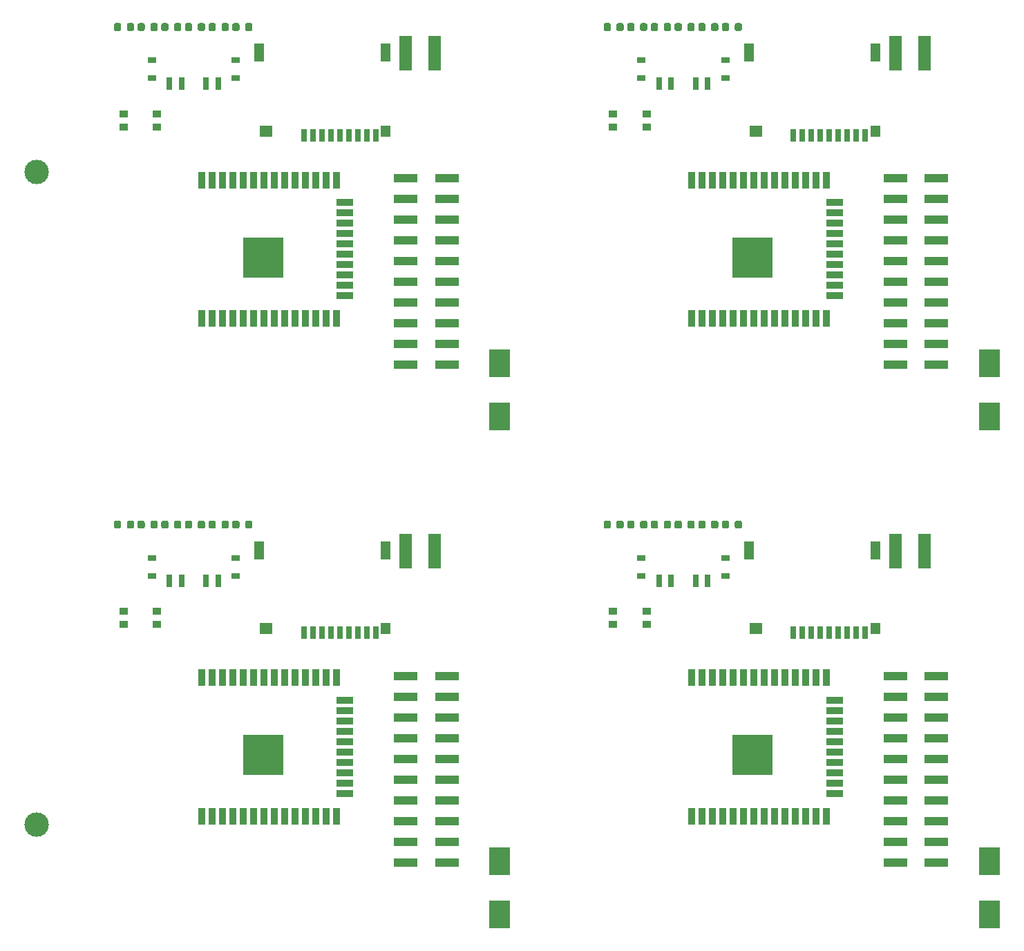
<source format=gtp>
G04 #@! TF.GenerationSoftware,KiCad,Pcbnew,5.1.0*
G04 #@! TF.CreationDate,2019-04-11T17:34:40+02:00*
G04 #@! TF.ProjectId,output.KXKM_battery_module_PANEL,6f757470-7574-42e4-9b58-4b4d5f626174,2.0*
G04 #@! TF.SameCoordinates,PX623a7c0PY839b680*
G04 #@! TF.FileFunction,Paste,Top*
G04 #@! TF.FilePolarity,Positive*
%FSLAX46Y46*%
G04 Gerber Fmt 4.6, Leading zero omitted, Abs format (unit mm)*
G04 Created by KiCad (PCBNEW 5.1.0) date 2019-04-11 17:34:40*
%MOMM*%
%LPD*%
G04 APERTURE LIST*
%ADD10C,0.100000*%
%ADD11C,0.875000*%
%ADD12R,1.200000X2.200000*%
%ADD13R,0.700000X1.600000*%
%ADD14R,1.200000X1.400000*%
%ADD15R,1.600000X1.400000*%
%ADD16R,1.000000X0.900000*%
%ADD17R,0.700000X1.500000*%
%ADD18R,1.000000X0.800000*%
%ADD19R,5.000000X5.000000*%
%ADD20R,0.900000X2.000000*%
%ADD21R,2.000000X0.900000*%
%ADD22R,3.000000X1.000000*%
%ADD23R,1.500000X4.200000*%
%ADD24R,2.500000X3.500000*%
%ADD25C,3.000000*%
G04 APERTURE END LIST*
D10*
G36*
X-3272309Y103223947D02*
G01*
X-3251074Y103220797D01*
X-3230250Y103215581D01*
X-3210038Y103208349D01*
X-3190632Y103199170D01*
X-3172219Y103188134D01*
X-3154976Y103175346D01*
X-3139070Y103160930D01*
X-3124654Y103145024D01*
X-3111866Y103127781D01*
X-3100830Y103109368D01*
X-3091651Y103089962D01*
X-3084419Y103069750D01*
X-3079203Y103048926D01*
X-3076053Y103027691D01*
X-3075000Y103006250D01*
X-3075000Y102493750D01*
X-3076053Y102472309D01*
X-3079203Y102451074D01*
X-3084419Y102430250D01*
X-3091651Y102410038D01*
X-3100830Y102390632D01*
X-3111866Y102372219D01*
X-3124654Y102354976D01*
X-3139070Y102339070D01*
X-3154976Y102324654D01*
X-3172219Y102311866D01*
X-3190632Y102300830D01*
X-3210038Y102291651D01*
X-3230250Y102284419D01*
X-3251074Y102279203D01*
X-3272309Y102276053D01*
X-3293750Y102275000D01*
X-3731250Y102275000D01*
X-3752691Y102276053D01*
X-3773926Y102279203D01*
X-3794750Y102284419D01*
X-3814962Y102291651D01*
X-3834368Y102300830D01*
X-3852781Y102311866D01*
X-3870024Y102324654D01*
X-3885930Y102339070D01*
X-3900346Y102354976D01*
X-3913134Y102372219D01*
X-3924170Y102390632D01*
X-3933349Y102410038D01*
X-3940581Y102430250D01*
X-3945797Y102451074D01*
X-3948947Y102472309D01*
X-3950000Y102493750D01*
X-3950000Y103006250D01*
X-3948947Y103027691D01*
X-3945797Y103048926D01*
X-3940581Y103069750D01*
X-3933349Y103089962D01*
X-3924170Y103109368D01*
X-3913134Y103127781D01*
X-3900346Y103145024D01*
X-3885930Y103160930D01*
X-3870024Y103175346D01*
X-3852781Y103188134D01*
X-3834368Y103199170D01*
X-3814962Y103208349D01*
X-3794750Y103215581D01*
X-3773926Y103220797D01*
X-3752691Y103223947D01*
X-3731250Y103225000D01*
X-3293750Y103225000D01*
X-3272309Y103223947D01*
X-3272309Y103223947D01*
G37*
D11*
X-3512500Y102750000D03*
D10*
G36*
X-4847309Y103223947D02*
G01*
X-4826074Y103220797D01*
X-4805250Y103215581D01*
X-4785038Y103208349D01*
X-4765632Y103199170D01*
X-4747219Y103188134D01*
X-4729976Y103175346D01*
X-4714070Y103160930D01*
X-4699654Y103145024D01*
X-4686866Y103127781D01*
X-4675830Y103109368D01*
X-4666651Y103089962D01*
X-4659419Y103069750D01*
X-4654203Y103048926D01*
X-4651053Y103027691D01*
X-4650000Y103006250D01*
X-4650000Y102493750D01*
X-4651053Y102472309D01*
X-4654203Y102451074D01*
X-4659419Y102430250D01*
X-4666651Y102410038D01*
X-4675830Y102390632D01*
X-4686866Y102372219D01*
X-4699654Y102354976D01*
X-4714070Y102339070D01*
X-4729976Y102324654D01*
X-4747219Y102311866D01*
X-4765632Y102300830D01*
X-4785038Y102291651D01*
X-4805250Y102284419D01*
X-4826074Y102279203D01*
X-4847309Y102276053D01*
X-4868750Y102275000D01*
X-5306250Y102275000D01*
X-5327691Y102276053D01*
X-5348926Y102279203D01*
X-5369750Y102284419D01*
X-5389962Y102291651D01*
X-5409368Y102300830D01*
X-5427781Y102311866D01*
X-5445024Y102324654D01*
X-5460930Y102339070D01*
X-5475346Y102354976D01*
X-5488134Y102372219D01*
X-5499170Y102390632D01*
X-5508349Y102410038D01*
X-5515581Y102430250D01*
X-5520797Y102451074D01*
X-5523947Y102472309D01*
X-5525000Y102493750D01*
X-5525000Y103006250D01*
X-5523947Y103027691D01*
X-5520797Y103048926D01*
X-5515581Y103069750D01*
X-5508349Y103089962D01*
X-5499170Y103109368D01*
X-5488134Y103127781D01*
X-5475346Y103145024D01*
X-5460930Y103160930D01*
X-5445024Y103175346D01*
X-5427781Y103188134D01*
X-5409368Y103199170D01*
X-5389962Y103208349D01*
X-5369750Y103215581D01*
X-5348926Y103220797D01*
X-5327691Y103223947D01*
X-5306250Y103225000D01*
X-4868750Y103225000D01*
X-4847309Y103223947D01*
X-4847309Y103223947D01*
G37*
D11*
X-5087500Y102750000D03*
D12*
X27750000Y99600000D03*
D13*
X17750000Y89500000D03*
X18850000Y89500000D03*
X19950000Y89500000D03*
X21050000Y89500000D03*
X22150000Y89500000D03*
X23250000Y89500000D03*
X24350000Y89500000D03*
X25450000Y89500000D03*
X26550000Y89500000D03*
D14*
X27750000Y90000000D03*
D15*
X13150000Y90000000D03*
D12*
X12250000Y99600000D03*
D10*
G36*
X2527691Y103223947D02*
G01*
X2548926Y103220797D01*
X2569750Y103215581D01*
X2589962Y103208349D01*
X2609368Y103199170D01*
X2627781Y103188134D01*
X2645024Y103175346D01*
X2660930Y103160930D01*
X2675346Y103145024D01*
X2688134Y103127781D01*
X2699170Y103109368D01*
X2708349Y103089962D01*
X2715581Y103069750D01*
X2720797Y103048926D01*
X2723947Y103027691D01*
X2725000Y103006250D01*
X2725000Y102493750D01*
X2723947Y102472309D01*
X2720797Y102451074D01*
X2715581Y102430250D01*
X2708349Y102410038D01*
X2699170Y102390632D01*
X2688134Y102372219D01*
X2675346Y102354976D01*
X2660930Y102339070D01*
X2645024Y102324654D01*
X2627781Y102311866D01*
X2609368Y102300830D01*
X2589962Y102291651D01*
X2569750Y102284419D01*
X2548926Y102279203D01*
X2527691Y102276053D01*
X2506250Y102275000D01*
X2068750Y102275000D01*
X2047309Y102276053D01*
X2026074Y102279203D01*
X2005250Y102284419D01*
X1985038Y102291651D01*
X1965632Y102300830D01*
X1947219Y102311866D01*
X1929976Y102324654D01*
X1914070Y102339070D01*
X1899654Y102354976D01*
X1886866Y102372219D01*
X1875830Y102390632D01*
X1866651Y102410038D01*
X1859419Y102430250D01*
X1854203Y102451074D01*
X1851053Y102472309D01*
X1850000Y102493750D01*
X1850000Y103006250D01*
X1851053Y103027691D01*
X1854203Y103048926D01*
X1859419Y103069750D01*
X1866651Y103089962D01*
X1875830Y103109368D01*
X1886866Y103127781D01*
X1899654Y103145024D01*
X1914070Y103160930D01*
X1929976Y103175346D01*
X1947219Y103188134D01*
X1965632Y103199170D01*
X1985038Y103208349D01*
X2005250Y103215581D01*
X2026074Y103220797D01*
X2047309Y103223947D01*
X2068750Y103225000D01*
X2506250Y103225000D01*
X2527691Y103223947D01*
X2527691Y103223947D01*
G37*
D11*
X2287500Y102750000D03*
D10*
G36*
X952691Y103223947D02*
G01*
X973926Y103220797D01*
X994750Y103215581D01*
X1014962Y103208349D01*
X1034368Y103199170D01*
X1052781Y103188134D01*
X1070024Y103175346D01*
X1085930Y103160930D01*
X1100346Y103145024D01*
X1113134Y103127781D01*
X1124170Y103109368D01*
X1133349Y103089962D01*
X1140581Y103069750D01*
X1145797Y103048926D01*
X1148947Y103027691D01*
X1150000Y103006250D01*
X1150000Y102493750D01*
X1148947Y102472309D01*
X1145797Y102451074D01*
X1140581Y102430250D01*
X1133349Y102410038D01*
X1124170Y102390632D01*
X1113134Y102372219D01*
X1100346Y102354976D01*
X1085930Y102339070D01*
X1070024Y102324654D01*
X1052781Y102311866D01*
X1034368Y102300830D01*
X1014962Y102291651D01*
X994750Y102284419D01*
X973926Y102279203D01*
X952691Y102276053D01*
X931250Y102275000D01*
X493750Y102275000D01*
X472309Y102276053D01*
X451074Y102279203D01*
X430250Y102284419D01*
X410038Y102291651D01*
X390632Y102300830D01*
X372219Y102311866D01*
X354976Y102324654D01*
X339070Y102339070D01*
X324654Y102354976D01*
X311866Y102372219D01*
X300830Y102390632D01*
X291651Y102410038D01*
X284419Y102430250D01*
X279203Y102451074D01*
X276053Y102472309D01*
X275000Y102493750D01*
X275000Y103006250D01*
X276053Y103027691D01*
X279203Y103048926D01*
X284419Y103069750D01*
X291651Y103089962D01*
X300830Y103109368D01*
X311866Y103127781D01*
X324654Y103145024D01*
X339070Y103160930D01*
X354976Y103175346D01*
X372219Y103188134D01*
X390632Y103199170D01*
X410038Y103208349D01*
X430250Y103215581D01*
X451074Y103220797D01*
X472309Y103223947D01*
X493750Y103225000D01*
X931250Y103225000D01*
X952691Y103223947D01*
X952691Y103223947D01*
G37*
D11*
X712500Y102750000D03*
D16*
X-4350000Y92100000D03*
X-4350000Y90500000D03*
X-250000Y92100000D03*
X-250000Y90500000D03*
D17*
X7250000Y95820000D03*
X5750000Y95820000D03*
X2750000Y95820000D03*
X1250000Y95820000D03*
D18*
X9400000Y98680000D03*
X-900000Y98680000D03*
X-900000Y96470000D03*
X9400000Y96470000D03*
D19*
X12750000Y74500000D03*
D20*
X5250000Y67000000D03*
X6520000Y67000000D03*
X7790000Y67000000D03*
X9060000Y67000000D03*
X10330000Y67000000D03*
X11600000Y67000000D03*
X12870000Y67000000D03*
X14140000Y67000000D03*
X15410000Y67000000D03*
X16680000Y67000000D03*
X17950000Y67000000D03*
X19220000Y67000000D03*
X20490000Y67000000D03*
X21760000Y67000000D03*
D21*
X22760000Y69785000D03*
X22760000Y71055000D03*
X22760000Y72325000D03*
X22760000Y73595000D03*
X22760000Y74865000D03*
X22760000Y76135000D03*
X22760000Y77405000D03*
X22760000Y78675000D03*
X22760000Y79945000D03*
X22760000Y81215000D03*
D20*
X21760000Y84000000D03*
X20490000Y84000000D03*
X19220000Y84000000D03*
X17950000Y84000000D03*
X16680000Y84000000D03*
X15410000Y84000000D03*
X14140000Y84000000D03*
X12870000Y84000000D03*
X11600000Y84000000D03*
X10330000Y84000000D03*
X9060000Y84000000D03*
X7790000Y84000000D03*
X6520000Y84000000D03*
X5250000Y84000000D03*
D10*
G36*
X6752691Y103223947D02*
G01*
X6773926Y103220797D01*
X6794750Y103215581D01*
X6814962Y103208349D01*
X6834368Y103199170D01*
X6852781Y103188134D01*
X6870024Y103175346D01*
X6885930Y103160930D01*
X6900346Y103145024D01*
X6913134Y103127781D01*
X6924170Y103109368D01*
X6933349Y103089962D01*
X6940581Y103069750D01*
X6945797Y103048926D01*
X6948947Y103027691D01*
X6950000Y103006250D01*
X6950000Y102493750D01*
X6948947Y102472309D01*
X6945797Y102451074D01*
X6940581Y102430250D01*
X6933349Y102410038D01*
X6924170Y102390632D01*
X6913134Y102372219D01*
X6900346Y102354976D01*
X6885930Y102339070D01*
X6870024Y102324654D01*
X6852781Y102311866D01*
X6834368Y102300830D01*
X6814962Y102291651D01*
X6794750Y102284419D01*
X6773926Y102279203D01*
X6752691Y102276053D01*
X6731250Y102275000D01*
X6293750Y102275000D01*
X6272309Y102276053D01*
X6251074Y102279203D01*
X6230250Y102284419D01*
X6210038Y102291651D01*
X6190632Y102300830D01*
X6172219Y102311866D01*
X6154976Y102324654D01*
X6139070Y102339070D01*
X6124654Y102354976D01*
X6111866Y102372219D01*
X6100830Y102390632D01*
X6091651Y102410038D01*
X6084419Y102430250D01*
X6079203Y102451074D01*
X6076053Y102472309D01*
X6075000Y102493750D01*
X6075000Y103006250D01*
X6076053Y103027691D01*
X6079203Y103048926D01*
X6084419Y103069750D01*
X6091651Y103089962D01*
X6100830Y103109368D01*
X6111866Y103127781D01*
X6124654Y103145024D01*
X6139070Y103160930D01*
X6154976Y103175346D01*
X6172219Y103188134D01*
X6190632Y103199170D01*
X6210038Y103208349D01*
X6230250Y103215581D01*
X6251074Y103220797D01*
X6272309Y103223947D01*
X6293750Y103225000D01*
X6731250Y103225000D01*
X6752691Y103223947D01*
X6752691Y103223947D01*
G37*
D11*
X6512500Y102750000D03*
D10*
G36*
X8327691Y103223947D02*
G01*
X8348926Y103220797D01*
X8369750Y103215581D01*
X8389962Y103208349D01*
X8409368Y103199170D01*
X8427781Y103188134D01*
X8445024Y103175346D01*
X8460930Y103160930D01*
X8475346Y103145024D01*
X8488134Y103127781D01*
X8499170Y103109368D01*
X8508349Y103089962D01*
X8515581Y103069750D01*
X8520797Y103048926D01*
X8523947Y103027691D01*
X8525000Y103006250D01*
X8525000Y102493750D01*
X8523947Y102472309D01*
X8520797Y102451074D01*
X8515581Y102430250D01*
X8508349Y102410038D01*
X8499170Y102390632D01*
X8488134Y102372219D01*
X8475346Y102354976D01*
X8460930Y102339070D01*
X8445024Y102324654D01*
X8427781Y102311866D01*
X8409368Y102300830D01*
X8389962Y102291651D01*
X8369750Y102284419D01*
X8348926Y102279203D01*
X8327691Y102276053D01*
X8306250Y102275000D01*
X7868750Y102275000D01*
X7847309Y102276053D01*
X7826074Y102279203D01*
X7805250Y102284419D01*
X7785038Y102291651D01*
X7765632Y102300830D01*
X7747219Y102311866D01*
X7729976Y102324654D01*
X7714070Y102339070D01*
X7699654Y102354976D01*
X7686866Y102372219D01*
X7675830Y102390632D01*
X7666651Y102410038D01*
X7659419Y102430250D01*
X7654203Y102451074D01*
X7651053Y102472309D01*
X7650000Y102493750D01*
X7650000Y103006250D01*
X7651053Y103027691D01*
X7654203Y103048926D01*
X7659419Y103069750D01*
X7666651Y103089962D01*
X7675830Y103109368D01*
X7686866Y103127781D01*
X7699654Y103145024D01*
X7714070Y103160930D01*
X7729976Y103175346D01*
X7747219Y103188134D01*
X7765632Y103199170D01*
X7785038Y103208349D01*
X7805250Y103215581D01*
X7826074Y103220797D01*
X7847309Y103223947D01*
X7868750Y103225000D01*
X8306250Y103225000D01*
X8327691Y103223947D01*
X8327691Y103223947D01*
G37*
D11*
X8087500Y102750000D03*
D10*
G36*
X-1947309Y103223947D02*
G01*
X-1926074Y103220797D01*
X-1905250Y103215581D01*
X-1885038Y103208349D01*
X-1865632Y103199170D01*
X-1847219Y103188134D01*
X-1829976Y103175346D01*
X-1814070Y103160930D01*
X-1799654Y103145024D01*
X-1786866Y103127781D01*
X-1775830Y103109368D01*
X-1766651Y103089962D01*
X-1759419Y103069750D01*
X-1754203Y103048926D01*
X-1751053Y103027691D01*
X-1750000Y103006250D01*
X-1750000Y102493750D01*
X-1751053Y102472309D01*
X-1754203Y102451074D01*
X-1759419Y102430250D01*
X-1766651Y102410038D01*
X-1775830Y102390632D01*
X-1786866Y102372219D01*
X-1799654Y102354976D01*
X-1814070Y102339070D01*
X-1829976Y102324654D01*
X-1847219Y102311866D01*
X-1865632Y102300830D01*
X-1885038Y102291651D01*
X-1905250Y102284419D01*
X-1926074Y102279203D01*
X-1947309Y102276053D01*
X-1968750Y102275000D01*
X-2406250Y102275000D01*
X-2427691Y102276053D01*
X-2448926Y102279203D01*
X-2469750Y102284419D01*
X-2489962Y102291651D01*
X-2509368Y102300830D01*
X-2527781Y102311866D01*
X-2545024Y102324654D01*
X-2560930Y102339070D01*
X-2575346Y102354976D01*
X-2588134Y102372219D01*
X-2599170Y102390632D01*
X-2608349Y102410038D01*
X-2615581Y102430250D01*
X-2620797Y102451074D01*
X-2623947Y102472309D01*
X-2625000Y102493750D01*
X-2625000Y103006250D01*
X-2623947Y103027691D01*
X-2620797Y103048926D01*
X-2615581Y103069750D01*
X-2608349Y103089962D01*
X-2599170Y103109368D01*
X-2588134Y103127781D01*
X-2575346Y103145024D01*
X-2560930Y103160930D01*
X-2545024Y103175346D01*
X-2527781Y103188134D01*
X-2509368Y103199170D01*
X-2489962Y103208349D01*
X-2469750Y103215581D01*
X-2448926Y103220797D01*
X-2427691Y103223947D01*
X-2406250Y103225000D01*
X-1968750Y103225000D01*
X-1947309Y103223947D01*
X-1947309Y103223947D01*
G37*
D11*
X-2187500Y102750000D03*
D10*
G36*
X-372309Y103223947D02*
G01*
X-351074Y103220797D01*
X-330250Y103215581D01*
X-310038Y103208349D01*
X-290632Y103199170D01*
X-272219Y103188134D01*
X-254976Y103175346D01*
X-239070Y103160930D01*
X-224654Y103145024D01*
X-211866Y103127781D01*
X-200830Y103109368D01*
X-191651Y103089962D01*
X-184419Y103069750D01*
X-179203Y103048926D01*
X-176053Y103027691D01*
X-175000Y103006250D01*
X-175000Y102493750D01*
X-176053Y102472309D01*
X-179203Y102451074D01*
X-184419Y102430250D01*
X-191651Y102410038D01*
X-200830Y102390632D01*
X-211866Y102372219D01*
X-224654Y102354976D01*
X-239070Y102339070D01*
X-254976Y102324654D01*
X-272219Y102311866D01*
X-290632Y102300830D01*
X-310038Y102291651D01*
X-330250Y102284419D01*
X-351074Y102279203D01*
X-372309Y102276053D01*
X-393750Y102275000D01*
X-831250Y102275000D01*
X-852691Y102276053D01*
X-873926Y102279203D01*
X-894750Y102284419D01*
X-914962Y102291651D01*
X-934368Y102300830D01*
X-952781Y102311866D01*
X-970024Y102324654D01*
X-985930Y102339070D01*
X-1000346Y102354976D01*
X-1013134Y102372219D01*
X-1024170Y102390632D01*
X-1033349Y102410038D01*
X-1040581Y102430250D01*
X-1045797Y102451074D01*
X-1048947Y102472309D01*
X-1050000Y102493750D01*
X-1050000Y103006250D01*
X-1048947Y103027691D01*
X-1045797Y103048926D01*
X-1040581Y103069750D01*
X-1033349Y103089962D01*
X-1024170Y103109368D01*
X-1013134Y103127781D01*
X-1000346Y103145024D01*
X-985930Y103160930D01*
X-970024Y103175346D01*
X-952781Y103188134D01*
X-934368Y103199170D01*
X-914962Y103208349D01*
X-894750Y103215581D01*
X-873926Y103220797D01*
X-852691Y103223947D01*
X-831250Y103225000D01*
X-393750Y103225000D01*
X-372309Y103223947D01*
X-372309Y103223947D01*
G37*
D11*
X-612500Y102750000D03*
D22*
X35270000Y84180000D03*
X30230000Y84180000D03*
X35270000Y81640000D03*
X30230000Y81640000D03*
X35270000Y79100000D03*
X30230000Y79100000D03*
X35270000Y76560000D03*
X30230000Y76560000D03*
X35270000Y74020000D03*
X30230000Y74020000D03*
X35270000Y71480000D03*
X30230000Y71480000D03*
X35270000Y68940000D03*
X30230000Y68940000D03*
X35270000Y66400000D03*
X30230000Y66400000D03*
X35270000Y63860000D03*
X30230000Y63860000D03*
X35270000Y61320000D03*
X30230000Y61320000D03*
D10*
G36*
X9652691Y103223947D02*
G01*
X9673926Y103220797D01*
X9694750Y103215581D01*
X9714962Y103208349D01*
X9734368Y103199170D01*
X9752781Y103188134D01*
X9770024Y103175346D01*
X9785930Y103160930D01*
X9800346Y103145024D01*
X9813134Y103127781D01*
X9824170Y103109368D01*
X9833349Y103089962D01*
X9840581Y103069750D01*
X9845797Y103048926D01*
X9848947Y103027691D01*
X9850000Y103006250D01*
X9850000Y102493750D01*
X9848947Y102472309D01*
X9845797Y102451074D01*
X9840581Y102430250D01*
X9833349Y102410038D01*
X9824170Y102390632D01*
X9813134Y102372219D01*
X9800346Y102354976D01*
X9785930Y102339070D01*
X9770024Y102324654D01*
X9752781Y102311866D01*
X9734368Y102300830D01*
X9714962Y102291651D01*
X9694750Y102284419D01*
X9673926Y102279203D01*
X9652691Y102276053D01*
X9631250Y102275000D01*
X9193750Y102275000D01*
X9172309Y102276053D01*
X9151074Y102279203D01*
X9130250Y102284419D01*
X9110038Y102291651D01*
X9090632Y102300830D01*
X9072219Y102311866D01*
X9054976Y102324654D01*
X9039070Y102339070D01*
X9024654Y102354976D01*
X9011866Y102372219D01*
X9000830Y102390632D01*
X8991651Y102410038D01*
X8984419Y102430250D01*
X8979203Y102451074D01*
X8976053Y102472309D01*
X8975000Y102493750D01*
X8975000Y103006250D01*
X8976053Y103027691D01*
X8979203Y103048926D01*
X8984419Y103069750D01*
X8991651Y103089962D01*
X9000830Y103109368D01*
X9011866Y103127781D01*
X9024654Y103145024D01*
X9039070Y103160930D01*
X9054976Y103175346D01*
X9072219Y103188134D01*
X9090632Y103199170D01*
X9110038Y103208349D01*
X9130250Y103215581D01*
X9151074Y103220797D01*
X9172309Y103223947D01*
X9193750Y103225000D01*
X9631250Y103225000D01*
X9652691Y103223947D01*
X9652691Y103223947D01*
G37*
D11*
X9412500Y102750000D03*
D10*
G36*
X11227691Y103223947D02*
G01*
X11248926Y103220797D01*
X11269750Y103215581D01*
X11289962Y103208349D01*
X11309368Y103199170D01*
X11327781Y103188134D01*
X11345024Y103175346D01*
X11360930Y103160930D01*
X11375346Y103145024D01*
X11388134Y103127781D01*
X11399170Y103109368D01*
X11408349Y103089962D01*
X11415581Y103069750D01*
X11420797Y103048926D01*
X11423947Y103027691D01*
X11425000Y103006250D01*
X11425000Y102493750D01*
X11423947Y102472309D01*
X11420797Y102451074D01*
X11415581Y102430250D01*
X11408349Y102410038D01*
X11399170Y102390632D01*
X11388134Y102372219D01*
X11375346Y102354976D01*
X11360930Y102339070D01*
X11345024Y102324654D01*
X11327781Y102311866D01*
X11309368Y102300830D01*
X11289962Y102291651D01*
X11269750Y102284419D01*
X11248926Y102279203D01*
X11227691Y102276053D01*
X11206250Y102275000D01*
X10768750Y102275000D01*
X10747309Y102276053D01*
X10726074Y102279203D01*
X10705250Y102284419D01*
X10685038Y102291651D01*
X10665632Y102300830D01*
X10647219Y102311866D01*
X10629976Y102324654D01*
X10614070Y102339070D01*
X10599654Y102354976D01*
X10586866Y102372219D01*
X10575830Y102390632D01*
X10566651Y102410038D01*
X10559419Y102430250D01*
X10554203Y102451074D01*
X10551053Y102472309D01*
X10550000Y102493750D01*
X10550000Y103006250D01*
X10551053Y103027691D01*
X10554203Y103048926D01*
X10559419Y103069750D01*
X10566651Y103089962D01*
X10575830Y103109368D01*
X10586866Y103127781D01*
X10599654Y103145024D01*
X10614070Y103160930D01*
X10629976Y103175346D01*
X10647219Y103188134D01*
X10665632Y103199170D01*
X10685038Y103208349D01*
X10705250Y103215581D01*
X10726074Y103220797D01*
X10747309Y103223947D01*
X10768750Y103225000D01*
X11206250Y103225000D01*
X11227691Y103223947D01*
X11227691Y103223947D01*
G37*
D11*
X10987500Y102750000D03*
D23*
X30200000Y99500000D03*
X33800000Y99500000D03*
D24*
X41750000Y55000000D03*
X41750000Y61500000D03*
D10*
G36*
X5427691Y103223947D02*
G01*
X5448926Y103220797D01*
X5469750Y103215581D01*
X5489962Y103208349D01*
X5509368Y103199170D01*
X5527781Y103188134D01*
X5545024Y103175346D01*
X5560930Y103160930D01*
X5575346Y103145024D01*
X5588134Y103127781D01*
X5599170Y103109368D01*
X5608349Y103089962D01*
X5615581Y103069750D01*
X5620797Y103048926D01*
X5623947Y103027691D01*
X5625000Y103006250D01*
X5625000Y102493750D01*
X5623947Y102472309D01*
X5620797Y102451074D01*
X5615581Y102430250D01*
X5608349Y102410038D01*
X5599170Y102390632D01*
X5588134Y102372219D01*
X5575346Y102354976D01*
X5560930Y102339070D01*
X5545024Y102324654D01*
X5527781Y102311866D01*
X5509368Y102300830D01*
X5489962Y102291651D01*
X5469750Y102284419D01*
X5448926Y102279203D01*
X5427691Y102276053D01*
X5406250Y102275000D01*
X4968750Y102275000D01*
X4947309Y102276053D01*
X4926074Y102279203D01*
X4905250Y102284419D01*
X4885038Y102291651D01*
X4865632Y102300830D01*
X4847219Y102311866D01*
X4829976Y102324654D01*
X4814070Y102339070D01*
X4799654Y102354976D01*
X4786866Y102372219D01*
X4775830Y102390632D01*
X4766651Y102410038D01*
X4759419Y102430250D01*
X4754203Y102451074D01*
X4751053Y102472309D01*
X4750000Y102493750D01*
X4750000Y103006250D01*
X4751053Y103027691D01*
X4754203Y103048926D01*
X4759419Y103069750D01*
X4766651Y103089962D01*
X4775830Y103109368D01*
X4786866Y103127781D01*
X4799654Y103145024D01*
X4814070Y103160930D01*
X4829976Y103175346D01*
X4847219Y103188134D01*
X4865632Y103199170D01*
X4885038Y103208349D01*
X4905250Y103215581D01*
X4926074Y103220797D01*
X4947309Y103223947D01*
X4968750Y103225000D01*
X5406250Y103225000D01*
X5427691Y103223947D01*
X5427691Y103223947D01*
G37*
D11*
X5187500Y102750000D03*
D10*
G36*
X3852691Y103223947D02*
G01*
X3873926Y103220797D01*
X3894750Y103215581D01*
X3914962Y103208349D01*
X3934368Y103199170D01*
X3952781Y103188134D01*
X3970024Y103175346D01*
X3985930Y103160930D01*
X4000346Y103145024D01*
X4013134Y103127781D01*
X4024170Y103109368D01*
X4033349Y103089962D01*
X4040581Y103069750D01*
X4045797Y103048926D01*
X4048947Y103027691D01*
X4050000Y103006250D01*
X4050000Y102493750D01*
X4048947Y102472309D01*
X4045797Y102451074D01*
X4040581Y102430250D01*
X4033349Y102410038D01*
X4024170Y102390632D01*
X4013134Y102372219D01*
X4000346Y102354976D01*
X3985930Y102339070D01*
X3970024Y102324654D01*
X3952781Y102311866D01*
X3934368Y102300830D01*
X3914962Y102291651D01*
X3894750Y102284419D01*
X3873926Y102279203D01*
X3852691Y102276053D01*
X3831250Y102275000D01*
X3393750Y102275000D01*
X3372309Y102276053D01*
X3351074Y102279203D01*
X3330250Y102284419D01*
X3310038Y102291651D01*
X3290632Y102300830D01*
X3272219Y102311866D01*
X3254976Y102324654D01*
X3239070Y102339070D01*
X3224654Y102354976D01*
X3211866Y102372219D01*
X3200830Y102390632D01*
X3191651Y102410038D01*
X3184419Y102430250D01*
X3179203Y102451074D01*
X3176053Y102472309D01*
X3175000Y102493750D01*
X3175000Y103006250D01*
X3176053Y103027691D01*
X3179203Y103048926D01*
X3184419Y103069750D01*
X3191651Y103089962D01*
X3200830Y103109368D01*
X3211866Y103127781D01*
X3224654Y103145024D01*
X3239070Y103160930D01*
X3254976Y103175346D01*
X3272219Y103188134D01*
X3290632Y103199170D01*
X3310038Y103208349D01*
X3330250Y103215581D01*
X3351074Y103220797D01*
X3372309Y103223947D01*
X3393750Y103225000D01*
X3831250Y103225000D01*
X3852691Y103223947D01*
X3852691Y103223947D01*
G37*
D11*
X3612500Y102750000D03*
D18*
X69400000Y96470000D03*
X59100000Y96470000D03*
X59100000Y98680000D03*
X69400000Y98680000D03*
D17*
X61250000Y95820000D03*
X62750000Y95820000D03*
X65750000Y95820000D03*
X67250000Y95820000D03*
D10*
G36*
X60952691Y103223947D02*
G01*
X60973926Y103220797D01*
X60994750Y103215581D01*
X61014962Y103208349D01*
X61034368Y103199170D01*
X61052781Y103188134D01*
X61070024Y103175346D01*
X61085930Y103160930D01*
X61100346Y103145024D01*
X61113134Y103127781D01*
X61124170Y103109368D01*
X61133349Y103089962D01*
X61140581Y103069750D01*
X61145797Y103048926D01*
X61148947Y103027691D01*
X61150000Y103006250D01*
X61150000Y102493750D01*
X61148947Y102472309D01*
X61145797Y102451074D01*
X61140581Y102430250D01*
X61133349Y102410038D01*
X61124170Y102390632D01*
X61113134Y102372219D01*
X61100346Y102354976D01*
X61085930Y102339070D01*
X61070024Y102324654D01*
X61052781Y102311866D01*
X61034368Y102300830D01*
X61014962Y102291651D01*
X60994750Y102284419D01*
X60973926Y102279203D01*
X60952691Y102276053D01*
X60931250Y102275000D01*
X60493750Y102275000D01*
X60472309Y102276053D01*
X60451074Y102279203D01*
X60430250Y102284419D01*
X60410038Y102291651D01*
X60390632Y102300830D01*
X60372219Y102311866D01*
X60354976Y102324654D01*
X60339070Y102339070D01*
X60324654Y102354976D01*
X60311866Y102372219D01*
X60300830Y102390632D01*
X60291651Y102410038D01*
X60284419Y102430250D01*
X60279203Y102451074D01*
X60276053Y102472309D01*
X60275000Y102493750D01*
X60275000Y103006250D01*
X60276053Y103027691D01*
X60279203Y103048926D01*
X60284419Y103069750D01*
X60291651Y103089962D01*
X60300830Y103109368D01*
X60311866Y103127781D01*
X60324654Y103145024D01*
X60339070Y103160930D01*
X60354976Y103175346D01*
X60372219Y103188134D01*
X60390632Y103199170D01*
X60410038Y103208349D01*
X60430250Y103215581D01*
X60451074Y103220797D01*
X60472309Y103223947D01*
X60493750Y103225000D01*
X60931250Y103225000D01*
X60952691Y103223947D01*
X60952691Y103223947D01*
G37*
D11*
X60712500Y102750000D03*
D10*
G36*
X62527691Y103223947D02*
G01*
X62548926Y103220797D01*
X62569750Y103215581D01*
X62589962Y103208349D01*
X62609368Y103199170D01*
X62627781Y103188134D01*
X62645024Y103175346D01*
X62660930Y103160930D01*
X62675346Y103145024D01*
X62688134Y103127781D01*
X62699170Y103109368D01*
X62708349Y103089962D01*
X62715581Y103069750D01*
X62720797Y103048926D01*
X62723947Y103027691D01*
X62725000Y103006250D01*
X62725000Y102493750D01*
X62723947Y102472309D01*
X62720797Y102451074D01*
X62715581Y102430250D01*
X62708349Y102410038D01*
X62699170Y102390632D01*
X62688134Y102372219D01*
X62675346Y102354976D01*
X62660930Y102339070D01*
X62645024Y102324654D01*
X62627781Y102311866D01*
X62609368Y102300830D01*
X62589962Y102291651D01*
X62569750Y102284419D01*
X62548926Y102279203D01*
X62527691Y102276053D01*
X62506250Y102275000D01*
X62068750Y102275000D01*
X62047309Y102276053D01*
X62026074Y102279203D01*
X62005250Y102284419D01*
X61985038Y102291651D01*
X61965632Y102300830D01*
X61947219Y102311866D01*
X61929976Y102324654D01*
X61914070Y102339070D01*
X61899654Y102354976D01*
X61886866Y102372219D01*
X61875830Y102390632D01*
X61866651Y102410038D01*
X61859419Y102430250D01*
X61854203Y102451074D01*
X61851053Y102472309D01*
X61850000Y102493750D01*
X61850000Y103006250D01*
X61851053Y103027691D01*
X61854203Y103048926D01*
X61859419Y103069750D01*
X61866651Y103089962D01*
X61875830Y103109368D01*
X61886866Y103127781D01*
X61899654Y103145024D01*
X61914070Y103160930D01*
X61929976Y103175346D01*
X61947219Y103188134D01*
X61965632Y103199170D01*
X61985038Y103208349D01*
X62005250Y103215581D01*
X62026074Y103220797D01*
X62047309Y103223947D01*
X62068750Y103225000D01*
X62506250Y103225000D01*
X62527691Y103223947D01*
X62527691Y103223947D01*
G37*
D11*
X62287500Y102750000D03*
D16*
X59750000Y90500000D03*
X59750000Y92100000D03*
X55650000Y90500000D03*
X55650000Y92100000D03*
D12*
X72250000Y99600000D03*
D15*
X73150000Y90000000D03*
D14*
X87750000Y90000000D03*
D13*
X86550000Y89500000D03*
X85450000Y89500000D03*
X84350000Y89500000D03*
X83250000Y89500000D03*
X82150000Y89500000D03*
X81050000Y89500000D03*
X79950000Y89500000D03*
X78850000Y89500000D03*
X77750000Y89500000D03*
D12*
X87750000Y99600000D03*
D22*
X90230000Y61320000D03*
X95270000Y61320000D03*
X90230000Y63860000D03*
X95270000Y63860000D03*
X90230000Y66400000D03*
X95270000Y66400000D03*
X90230000Y68940000D03*
X95270000Y68940000D03*
X90230000Y71480000D03*
X95270000Y71480000D03*
X90230000Y74020000D03*
X95270000Y74020000D03*
X90230000Y76560000D03*
X95270000Y76560000D03*
X90230000Y79100000D03*
X95270000Y79100000D03*
X90230000Y81640000D03*
X95270000Y81640000D03*
X90230000Y84180000D03*
X95270000Y84180000D03*
D10*
G36*
X55152691Y103223947D02*
G01*
X55173926Y103220797D01*
X55194750Y103215581D01*
X55214962Y103208349D01*
X55234368Y103199170D01*
X55252781Y103188134D01*
X55270024Y103175346D01*
X55285930Y103160930D01*
X55300346Y103145024D01*
X55313134Y103127781D01*
X55324170Y103109368D01*
X55333349Y103089962D01*
X55340581Y103069750D01*
X55345797Y103048926D01*
X55348947Y103027691D01*
X55350000Y103006250D01*
X55350000Y102493750D01*
X55348947Y102472309D01*
X55345797Y102451074D01*
X55340581Y102430250D01*
X55333349Y102410038D01*
X55324170Y102390632D01*
X55313134Y102372219D01*
X55300346Y102354976D01*
X55285930Y102339070D01*
X55270024Y102324654D01*
X55252781Y102311866D01*
X55234368Y102300830D01*
X55214962Y102291651D01*
X55194750Y102284419D01*
X55173926Y102279203D01*
X55152691Y102276053D01*
X55131250Y102275000D01*
X54693750Y102275000D01*
X54672309Y102276053D01*
X54651074Y102279203D01*
X54630250Y102284419D01*
X54610038Y102291651D01*
X54590632Y102300830D01*
X54572219Y102311866D01*
X54554976Y102324654D01*
X54539070Y102339070D01*
X54524654Y102354976D01*
X54511866Y102372219D01*
X54500830Y102390632D01*
X54491651Y102410038D01*
X54484419Y102430250D01*
X54479203Y102451074D01*
X54476053Y102472309D01*
X54475000Y102493750D01*
X54475000Y103006250D01*
X54476053Y103027691D01*
X54479203Y103048926D01*
X54484419Y103069750D01*
X54491651Y103089962D01*
X54500830Y103109368D01*
X54511866Y103127781D01*
X54524654Y103145024D01*
X54539070Y103160930D01*
X54554976Y103175346D01*
X54572219Y103188134D01*
X54590632Y103199170D01*
X54610038Y103208349D01*
X54630250Y103215581D01*
X54651074Y103220797D01*
X54672309Y103223947D01*
X54693750Y103225000D01*
X55131250Y103225000D01*
X55152691Y103223947D01*
X55152691Y103223947D01*
G37*
D11*
X54912500Y102750000D03*
D10*
G36*
X56727691Y103223947D02*
G01*
X56748926Y103220797D01*
X56769750Y103215581D01*
X56789962Y103208349D01*
X56809368Y103199170D01*
X56827781Y103188134D01*
X56845024Y103175346D01*
X56860930Y103160930D01*
X56875346Y103145024D01*
X56888134Y103127781D01*
X56899170Y103109368D01*
X56908349Y103089962D01*
X56915581Y103069750D01*
X56920797Y103048926D01*
X56923947Y103027691D01*
X56925000Y103006250D01*
X56925000Y102493750D01*
X56923947Y102472309D01*
X56920797Y102451074D01*
X56915581Y102430250D01*
X56908349Y102410038D01*
X56899170Y102390632D01*
X56888134Y102372219D01*
X56875346Y102354976D01*
X56860930Y102339070D01*
X56845024Y102324654D01*
X56827781Y102311866D01*
X56809368Y102300830D01*
X56789962Y102291651D01*
X56769750Y102284419D01*
X56748926Y102279203D01*
X56727691Y102276053D01*
X56706250Y102275000D01*
X56268750Y102275000D01*
X56247309Y102276053D01*
X56226074Y102279203D01*
X56205250Y102284419D01*
X56185038Y102291651D01*
X56165632Y102300830D01*
X56147219Y102311866D01*
X56129976Y102324654D01*
X56114070Y102339070D01*
X56099654Y102354976D01*
X56086866Y102372219D01*
X56075830Y102390632D01*
X56066651Y102410038D01*
X56059419Y102430250D01*
X56054203Y102451074D01*
X56051053Y102472309D01*
X56050000Y102493750D01*
X56050000Y103006250D01*
X56051053Y103027691D01*
X56054203Y103048926D01*
X56059419Y103069750D01*
X56066651Y103089962D01*
X56075830Y103109368D01*
X56086866Y103127781D01*
X56099654Y103145024D01*
X56114070Y103160930D01*
X56129976Y103175346D01*
X56147219Y103188134D01*
X56165632Y103199170D01*
X56185038Y103208349D01*
X56205250Y103215581D01*
X56226074Y103220797D01*
X56247309Y103223947D01*
X56268750Y103225000D01*
X56706250Y103225000D01*
X56727691Y103223947D01*
X56727691Y103223947D01*
G37*
D11*
X56487500Y102750000D03*
D20*
X65250000Y84000000D03*
X66520000Y84000000D03*
X67790000Y84000000D03*
X69060000Y84000000D03*
X70330000Y84000000D03*
X71600000Y84000000D03*
X72870000Y84000000D03*
X74140000Y84000000D03*
X75410000Y84000000D03*
X76680000Y84000000D03*
X77950000Y84000000D03*
X79220000Y84000000D03*
X80490000Y84000000D03*
X81760000Y84000000D03*
D21*
X82760000Y81215000D03*
X82760000Y79945000D03*
X82760000Y78675000D03*
X82760000Y77405000D03*
X82760000Y76135000D03*
X82760000Y74865000D03*
X82760000Y73595000D03*
X82760000Y72325000D03*
X82760000Y71055000D03*
X82760000Y69785000D03*
D20*
X81760000Y67000000D03*
X80490000Y67000000D03*
X79220000Y67000000D03*
X77950000Y67000000D03*
X76680000Y67000000D03*
X75410000Y67000000D03*
X74140000Y67000000D03*
X72870000Y67000000D03*
X71600000Y67000000D03*
X70330000Y67000000D03*
X69060000Y67000000D03*
X67790000Y67000000D03*
X66520000Y67000000D03*
X65250000Y67000000D03*
D19*
X72750000Y74500000D03*
D24*
X101750000Y61500000D03*
X101750000Y55000000D03*
D10*
G36*
X71227691Y103223947D02*
G01*
X71248926Y103220797D01*
X71269750Y103215581D01*
X71289962Y103208349D01*
X71309368Y103199170D01*
X71327781Y103188134D01*
X71345024Y103175346D01*
X71360930Y103160930D01*
X71375346Y103145024D01*
X71388134Y103127781D01*
X71399170Y103109368D01*
X71408349Y103089962D01*
X71415581Y103069750D01*
X71420797Y103048926D01*
X71423947Y103027691D01*
X71425000Y103006250D01*
X71425000Y102493750D01*
X71423947Y102472309D01*
X71420797Y102451074D01*
X71415581Y102430250D01*
X71408349Y102410038D01*
X71399170Y102390632D01*
X71388134Y102372219D01*
X71375346Y102354976D01*
X71360930Y102339070D01*
X71345024Y102324654D01*
X71327781Y102311866D01*
X71309368Y102300830D01*
X71289962Y102291651D01*
X71269750Y102284419D01*
X71248926Y102279203D01*
X71227691Y102276053D01*
X71206250Y102275000D01*
X70768750Y102275000D01*
X70747309Y102276053D01*
X70726074Y102279203D01*
X70705250Y102284419D01*
X70685038Y102291651D01*
X70665632Y102300830D01*
X70647219Y102311866D01*
X70629976Y102324654D01*
X70614070Y102339070D01*
X70599654Y102354976D01*
X70586866Y102372219D01*
X70575830Y102390632D01*
X70566651Y102410038D01*
X70559419Y102430250D01*
X70554203Y102451074D01*
X70551053Y102472309D01*
X70550000Y102493750D01*
X70550000Y103006250D01*
X70551053Y103027691D01*
X70554203Y103048926D01*
X70559419Y103069750D01*
X70566651Y103089962D01*
X70575830Y103109368D01*
X70586866Y103127781D01*
X70599654Y103145024D01*
X70614070Y103160930D01*
X70629976Y103175346D01*
X70647219Y103188134D01*
X70665632Y103199170D01*
X70685038Y103208349D01*
X70705250Y103215581D01*
X70726074Y103220797D01*
X70747309Y103223947D01*
X70768750Y103225000D01*
X71206250Y103225000D01*
X71227691Y103223947D01*
X71227691Y103223947D01*
G37*
D11*
X70987500Y102750000D03*
D10*
G36*
X69652691Y103223947D02*
G01*
X69673926Y103220797D01*
X69694750Y103215581D01*
X69714962Y103208349D01*
X69734368Y103199170D01*
X69752781Y103188134D01*
X69770024Y103175346D01*
X69785930Y103160930D01*
X69800346Y103145024D01*
X69813134Y103127781D01*
X69824170Y103109368D01*
X69833349Y103089962D01*
X69840581Y103069750D01*
X69845797Y103048926D01*
X69848947Y103027691D01*
X69850000Y103006250D01*
X69850000Y102493750D01*
X69848947Y102472309D01*
X69845797Y102451074D01*
X69840581Y102430250D01*
X69833349Y102410038D01*
X69824170Y102390632D01*
X69813134Y102372219D01*
X69800346Y102354976D01*
X69785930Y102339070D01*
X69770024Y102324654D01*
X69752781Y102311866D01*
X69734368Y102300830D01*
X69714962Y102291651D01*
X69694750Y102284419D01*
X69673926Y102279203D01*
X69652691Y102276053D01*
X69631250Y102275000D01*
X69193750Y102275000D01*
X69172309Y102276053D01*
X69151074Y102279203D01*
X69130250Y102284419D01*
X69110038Y102291651D01*
X69090632Y102300830D01*
X69072219Y102311866D01*
X69054976Y102324654D01*
X69039070Y102339070D01*
X69024654Y102354976D01*
X69011866Y102372219D01*
X69000830Y102390632D01*
X68991651Y102410038D01*
X68984419Y102430250D01*
X68979203Y102451074D01*
X68976053Y102472309D01*
X68975000Y102493750D01*
X68975000Y103006250D01*
X68976053Y103027691D01*
X68979203Y103048926D01*
X68984419Y103069750D01*
X68991651Y103089962D01*
X69000830Y103109368D01*
X69011866Y103127781D01*
X69024654Y103145024D01*
X69039070Y103160930D01*
X69054976Y103175346D01*
X69072219Y103188134D01*
X69090632Y103199170D01*
X69110038Y103208349D01*
X69130250Y103215581D01*
X69151074Y103220797D01*
X69172309Y103223947D01*
X69193750Y103225000D01*
X69631250Y103225000D01*
X69652691Y103223947D01*
X69652691Y103223947D01*
G37*
D11*
X69412500Y102750000D03*
D10*
G36*
X59627691Y103223947D02*
G01*
X59648926Y103220797D01*
X59669750Y103215581D01*
X59689962Y103208349D01*
X59709368Y103199170D01*
X59727781Y103188134D01*
X59745024Y103175346D01*
X59760930Y103160930D01*
X59775346Y103145024D01*
X59788134Y103127781D01*
X59799170Y103109368D01*
X59808349Y103089962D01*
X59815581Y103069750D01*
X59820797Y103048926D01*
X59823947Y103027691D01*
X59825000Y103006250D01*
X59825000Y102493750D01*
X59823947Y102472309D01*
X59820797Y102451074D01*
X59815581Y102430250D01*
X59808349Y102410038D01*
X59799170Y102390632D01*
X59788134Y102372219D01*
X59775346Y102354976D01*
X59760930Y102339070D01*
X59745024Y102324654D01*
X59727781Y102311866D01*
X59709368Y102300830D01*
X59689962Y102291651D01*
X59669750Y102284419D01*
X59648926Y102279203D01*
X59627691Y102276053D01*
X59606250Y102275000D01*
X59168750Y102275000D01*
X59147309Y102276053D01*
X59126074Y102279203D01*
X59105250Y102284419D01*
X59085038Y102291651D01*
X59065632Y102300830D01*
X59047219Y102311866D01*
X59029976Y102324654D01*
X59014070Y102339070D01*
X58999654Y102354976D01*
X58986866Y102372219D01*
X58975830Y102390632D01*
X58966651Y102410038D01*
X58959419Y102430250D01*
X58954203Y102451074D01*
X58951053Y102472309D01*
X58950000Y102493750D01*
X58950000Y103006250D01*
X58951053Y103027691D01*
X58954203Y103048926D01*
X58959419Y103069750D01*
X58966651Y103089962D01*
X58975830Y103109368D01*
X58986866Y103127781D01*
X58999654Y103145024D01*
X59014070Y103160930D01*
X59029976Y103175346D01*
X59047219Y103188134D01*
X59065632Y103199170D01*
X59085038Y103208349D01*
X59105250Y103215581D01*
X59126074Y103220797D01*
X59147309Y103223947D01*
X59168750Y103225000D01*
X59606250Y103225000D01*
X59627691Y103223947D01*
X59627691Y103223947D01*
G37*
D11*
X59387500Y102750000D03*
D10*
G36*
X58052691Y103223947D02*
G01*
X58073926Y103220797D01*
X58094750Y103215581D01*
X58114962Y103208349D01*
X58134368Y103199170D01*
X58152781Y103188134D01*
X58170024Y103175346D01*
X58185930Y103160930D01*
X58200346Y103145024D01*
X58213134Y103127781D01*
X58224170Y103109368D01*
X58233349Y103089962D01*
X58240581Y103069750D01*
X58245797Y103048926D01*
X58248947Y103027691D01*
X58250000Y103006250D01*
X58250000Y102493750D01*
X58248947Y102472309D01*
X58245797Y102451074D01*
X58240581Y102430250D01*
X58233349Y102410038D01*
X58224170Y102390632D01*
X58213134Y102372219D01*
X58200346Y102354976D01*
X58185930Y102339070D01*
X58170024Y102324654D01*
X58152781Y102311866D01*
X58134368Y102300830D01*
X58114962Y102291651D01*
X58094750Y102284419D01*
X58073926Y102279203D01*
X58052691Y102276053D01*
X58031250Y102275000D01*
X57593750Y102275000D01*
X57572309Y102276053D01*
X57551074Y102279203D01*
X57530250Y102284419D01*
X57510038Y102291651D01*
X57490632Y102300830D01*
X57472219Y102311866D01*
X57454976Y102324654D01*
X57439070Y102339070D01*
X57424654Y102354976D01*
X57411866Y102372219D01*
X57400830Y102390632D01*
X57391651Y102410038D01*
X57384419Y102430250D01*
X57379203Y102451074D01*
X57376053Y102472309D01*
X57375000Y102493750D01*
X57375000Y103006250D01*
X57376053Y103027691D01*
X57379203Y103048926D01*
X57384419Y103069750D01*
X57391651Y103089962D01*
X57400830Y103109368D01*
X57411866Y103127781D01*
X57424654Y103145024D01*
X57439070Y103160930D01*
X57454976Y103175346D01*
X57472219Y103188134D01*
X57490632Y103199170D01*
X57510038Y103208349D01*
X57530250Y103215581D01*
X57551074Y103220797D01*
X57572309Y103223947D01*
X57593750Y103225000D01*
X58031250Y103225000D01*
X58052691Y103223947D01*
X58052691Y103223947D01*
G37*
D11*
X57812500Y102750000D03*
D10*
G36*
X68327691Y103223947D02*
G01*
X68348926Y103220797D01*
X68369750Y103215581D01*
X68389962Y103208349D01*
X68409368Y103199170D01*
X68427781Y103188134D01*
X68445024Y103175346D01*
X68460930Y103160930D01*
X68475346Y103145024D01*
X68488134Y103127781D01*
X68499170Y103109368D01*
X68508349Y103089962D01*
X68515581Y103069750D01*
X68520797Y103048926D01*
X68523947Y103027691D01*
X68525000Y103006250D01*
X68525000Y102493750D01*
X68523947Y102472309D01*
X68520797Y102451074D01*
X68515581Y102430250D01*
X68508349Y102410038D01*
X68499170Y102390632D01*
X68488134Y102372219D01*
X68475346Y102354976D01*
X68460930Y102339070D01*
X68445024Y102324654D01*
X68427781Y102311866D01*
X68409368Y102300830D01*
X68389962Y102291651D01*
X68369750Y102284419D01*
X68348926Y102279203D01*
X68327691Y102276053D01*
X68306250Y102275000D01*
X67868750Y102275000D01*
X67847309Y102276053D01*
X67826074Y102279203D01*
X67805250Y102284419D01*
X67785038Y102291651D01*
X67765632Y102300830D01*
X67747219Y102311866D01*
X67729976Y102324654D01*
X67714070Y102339070D01*
X67699654Y102354976D01*
X67686866Y102372219D01*
X67675830Y102390632D01*
X67666651Y102410038D01*
X67659419Y102430250D01*
X67654203Y102451074D01*
X67651053Y102472309D01*
X67650000Y102493750D01*
X67650000Y103006250D01*
X67651053Y103027691D01*
X67654203Y103048926D01*
X67659419Y103069750D01*
X67666651Y103089962D01*
X67675830Y103109368D01*
X67686866Y103127781D01*
X67699654Y103145024D01*
X67714070Y103160930D01*
X67729976Y103175346D01*
X67747219Y103188134D01*
X67765632Y103199170D01*
X67785038Y103208349D01*
X67805250Y103215581D01*
X67826074Y103220797D01*
X67847309Y103223947D01*
X67868750Y103225000D01*
X68306250Y103225000D01*
X68327691Y103223947D01*
X68327691Y103223947D01*
G37*
D11*
X68087500Y102750000D03*
D10*
G36*
X66752691Y103223947D02*
G01*
X66773926Y103220797D01*
X66794750Y103215581D01*
X66814962Y103208349D01*
X66834368Y103199170D01*
X66852781Y103188134D01*
X66870024Y103175346D01*
X66885930Y103160930D01*
X66900346Y103145024D01*
X66913134Y103127781D01*
X66924170Y103109368D01*
X66933349Y103089962D01*
X66940581Y103069750D01*
X66945797Y103048926D01*
X66948947Y103027691D01*
X66950000Y103006250D01*
X66950000Y102493750D01*
X66948947Y102472309D01*
X66945797Y102451074D01*
X66940581Y102430250D01*
X66933349Y102410038D01*
X66924170Y102390632D01*
X66913134Y102372219D01*
X66900346Y102354976D01*
X66885930Y102339070D01*
X66870024Y102324654D01*
X66852781Y102311866D01*
X66834368Y102300830D01*
X66814962Y102291651D01*
X66794750Y102284419D01*
X66773926Y102279203D01*
X66752691Y102276053D01*
X66731250Y102275000D01*
X66293750Y102275000D01*
X66272309Y102276053D01*
X66251074Y102279203D01*
X66230250Y102284419D01*
X66210038Y102291651D01*
X66190632Y102300830D01*
X66172219Y102311866D01*
X66154976Y102324654D01*
X66139070Y102339070D01*
X66124654Y102354976D01*
X66111866Y102372219D01*
X66100830Y102390632D01*
X66091651Y102410038D01*
X66084419Y102430250D01*
X66079203Y102451074D01*
X66076053Y102472309D01*
X66075000Y102493750D01*
X66075000Y103006250D01*
X66076053Y103027691D01*
X66079203Y103048926D01*
X66084419Y103069750D01*
X66091651Y103089962D01*
X66100830Y103109368D01*
X66111866Y103127781D01*
X66124654Y103145024D01*
X66139070Y103160930D01*
X66154976Y103175346D01*
X66172219Y103188134D01*
X66190632Y103199170D01*
X66210038Y103208349D01*
X66230250Y103215581D01*
X66251074Y103220797D01*
X66272309Y103223947D01*
X66293750Y103225000D01*
X66731250Y103225000D01*
X66752691Y103223947D01*
X66752691Y103223947D01*
G37*
D11*
X66512500Y102750000D03*
D10*
G36*
X63852691Y103223947D02*
G01*
X63873926Y103220797D01*
X63894750Y103215581D01*
X63914962Y103208349D01*
X63934368Y103199170D01*
X63952781Y103188134D01*
X63970024Y103175346D01*
X63985930Y103160930D01*
X64000346Y103145024D01*
X64013134Y103127781D01*
X64024170Y103109368D01*
X64033349Y103089962D01*
X64040581Y103069750D01*
X64045797Y103048926D01*
X64048947Y103027691D01*
X64050000Y103006250D01*
X64050000Y102493750D01*
X64048947Y102472309D01*
X64045797Y102451074D01*
X64040581Y102430250D01*
X64033349Y102410038D01*
X64024170Y102390632D01*
X64013134Y102372219D01*
X64000346Y102354976D01*
X63985930Y102339070D01*
X63970024Y102324654D01*
X63952781Y102311866D01*
X63934368Y102300830D01*
X63914962Y102291651D01*
X63894750Y102284419D01*
X63873926Y102279203D01*
X63852691Y102276053D01*
X63831250Y102275000D01*
X63393750Y102275000D01*
X63372309Y102276053D01*
X63351074Y102279203D01*
X63330250Y102284419D01*
X63310038Y102291651D01*
X63290632Y102300830D01*
X63272219Y102311866D01*
X63254976Y102324654D01*
X63239070Y102339070D01*
X63224654Y102354976D01*
X63211866Y102372219D01*
X63200830Y102390632D01*
X63191651Y102410038D01*
X63184419Y102430250D01*
X63179203Y102451074D01*
X63176053Y102472309D01*
X63175000Y102493750D01*
X63175000Y103006250D01*
X63176053Y103027691D01*
X63179203Y103048926D01*
X63184419Y103069750D01*
X63191651Y103089962D01*
X63200830Y103109368D01*
X63211866Y103127781D01*
X63224654Y103145024D01*
X63239070Y103160930D01*
X63254976Y103175346D01*
X63272219Y103188134D01*
X63290632Y103199170D01*
X63310038Y103208349D01*
X63330250Y103215581D01*
X63351074Y103220797D01*
X63372309Y103223947D01*
X63393750Y103225000D01*
X63831250Y103225000D01*
X63852691Y103223947D01*
X63852691Y103223947D01*
G37*
D11*
X63612500Y102750000D03*
D10*
G36*
X65427691Y103223947D02*
G01*
X65448926Y103220797D01*
X65469750Y103215581D01*
X65489962Y103208349D01*
X65509368Y103199170D01*
X65527781Y103188134D01*
X65545024Y103175346D01*
X65560930Y103160930D01*
X65575346Y103145024D01*
X65588134Y103127781D01*
X65599170Y103109368D01*
X65608349Y103089962D01*
X65615581Y103069750D01*
X65620797Y103048926D01*
X65623947Y103027691D01*
X65625000Y103006250D01*
X65625000Y102493750D01*
X65623947Y102472309D01*
X65620797Y102451074D01*
X65615581Y102430250D01*
X65608349Y102410038D01*
X65599170Y102390632D01*
X65588134Y102372219D01*
X65575346Y102354976D01*
X65560930Y102339070D01*
X65545024Y102324654D01*
X65527781Y102311866D01*
X65509368Y102300830D01*
X65489962Y102291651D01*
X65469750Y102284419D01*
X65448926Y102279203D01*
X65427691Y102276053D01*
X65406250Y102275000D01*
X64968750Y102275000D01*
X64947309Y102276053D01*
X64926074Y102279203D01*
X64905250Y102284419D01*
X64885038Y102291651D01*
X64865632Y102300830D01*
X64847219Y102311866D01*
X64829976Y102324654D01*
X64814070Y102339070D01*
X64799654Y102354976D01*
X64786866Y102372219D01*
X64775830Y102390632D01*
X64766651Y102410038D01*
X64759419Y102430250D01*
X64754203Y102451074D01*
X64751053Y102472309D01*
X64750000Y102493750D01*
X64750000Y103006250D01*
X64751053Y103027691D01*
X64754203Y103048926D01*
X64759419Y103069750D01*
X64766651Y103089962D01*
X64775830Y103109368D01*
X64786866Y103127781D01*
X64799654Y103145024D01*
X64814070Y103160930D01*
X64829976Y103175346D01*
X64847219Y103188134D01*
X64865632Y103199170D01*
X64885038Y103208349D01*
X64905250Y103215581D01*
X64926074Y103220797D01*
X64947309Y103223947D01*
X64968750Y103225000D01*
X65406250Y103225000D01*
X65427691Y103223947D01*
X65427691Y103223947D01*
G37*
D11*
X65187500Y102750000D03*
D23*
X93800000Y99500000D03*
X90200000Y99500000D03*
D10*
G36*
X62527691Y42223947D02*
G01*
X62548926Y42220797D01*
X62569750Y42215581D01*
X62589962Y42208349D01*
X62609368Y42199170D01*
X62627781Y42188134D01*
X62645024Y42175346D01*
X62660930Y42160930D01*
X62675346Y42145024D01*
X62688134Y42127781D01*
X62699170Y42109368D01*
X62708349Y42089962D01*
X62715581Y42069750D01*
X62720797Y42048926D01*
X62723947Y42027691D01*
X62725000Y42006250D01*
X62725000Y41493750D01*
X62723947Y41472309D01*
X62720797Y41451074D01*
X62715581Y41430250D01*
X62708349Y41410038D01*
X62699170Y41390632D01*
X62688134Y41372219D01*
X62675346Y41354976D01*
X62660930Y41339070D01*
X62645024Y41324654D01*
X62627781Y41311866D01*
X62609368Y41300830D01*
X62589962Y41291651D01*
X62569750Y41284419D01*
X62548926Y41279203D01*
X62527691Y41276053D01*
X62506250Y41275000D01*
X62068750Y41275000D01*
X62047309Y41276053D01*
X62026074Y41279203D01*
X62005250Y41284419D01*
X61985038Y41291651D01*
X61965632Y41300830D01*
X61947219Y41311866D01*
X61929976Y41324654D01*
X61914070Y41339070D01*
X61899654Y41354976D01*
X61886866Y41372219D01*
X61875830Y41390632D01*
X61866651Y41410038D01*
X61859419Y41430250D01*
X61854203Y41451074D01*
X61851053Y41472309D01*
X61850000Y41493750D01*
X61850000Y42006250D01*
X61851053Y42027691D01*
X61854203Y42048926D01*
X61859419Y42069750D01*
X61866651Y42089962D01*
X61875830Y42109368D01*
X61886866Y42127781D01*
X61899654Y42145024D01*
X61914070Y42160930D01*
X61929976Y42175346D01*
X61947219Y42188134D01*
X61965632Y42199170D01*
X61985038Y42208349D01*
X62005250Y42215581D01*
X62026074Y42220797D01*
X62047309Y42223947D01*
X62068750Y42225000D01*
X62506250Y42225000D01*
X62527691Y42223947D01*
X62527691Y42223947D01*
G37*
D11*
X62287500Y41750000D03*
D10*
G36*
X60952691Y42223947D02*
G01*
X60973926Y42220797D01*
X60994750Y42215581D01*
X61014962Y42208349D01*
X61034368Y42199170D01*
X61052781Y42188134D01*
X61070024Y42175346D01*
X61085930Y42160930D01*
X61100346Y42145024D01*
X61113134Y42127781D01*
X61124170Y42109368D01*
X61133349Y42089962D01*
X61140581Y42069750D01*
X61145797Y42048926D01*
X61148947Y42027691D01*
X61150000Y42006250D01*
X61150000Y41493750D01*
X61148947Y41472309D01*
X61145797Y41451074D01*
X61140581Y41430250D01*
X61133349Y41410038D01*
X61124170Y41390632D01*
X61113134Y41372219D01*
X61100346Y41354976D01*
X61085930Y41339070D01*
X61070024Y41324654D01*
X61052781Y41311866D01*
X61034368Y41300830D01*
X61014962Y41291651D01*
X60994750Y41284419D01*
X60973926Y41279203D01*
X60952691Y41276053D01*
X60931250Y41275000D01*
X60493750Y41275000D01*
X60472309Y41276053D01*
X60451074Y41279203D01*
X60430250Y41284419D01*
X60410038Y41291651D01*
X60390632Y41300830D01*
X60372219Y41311866D01*
X60354976Y41324654D01*
X60339070Y41339070D01*
X60324654Y41354976D01*
X60311866Y41372219D01*
X60300830Y41390632D01*
X60291651Y41410038D01*
X60284419Y41430250D01*
X60279203Y41451074D01*
X60276053Y41472309D01*
X60275000Y41493750D01*
X60275000Y42006250D01*
X60276053Y42027691D01*
X60279203Y42048926D01*
X60284419Y42069750D01*
X60291651Y42089962D01*
X60300830Y42109368D01*
X60311866Y42127781D01*
X60324654Y42145024D01*
X60339070Y42160930D01*
X60354976Y42175346D01*
X60372219Y42188134D01*
X60390632Y42199170D01*
X60410038Y42208349D01*
X60430250Y42215581D01*
X60451074Y42220797D01*
X60472309Y42223947D01*
X60493750Y42225000D01*
X60931250Y42225000D01*
X60952691Y42223947D01*
X60952691Y42223947D01*
G37*
D11*
X60712500Y41750000D03*
D10*
G36*
X56727691Y42223947D02*
G01*
X56748926Y42220797D01*
X56769750Y42215581D01*
X56789962Y42208349D01*
X56809368Y42199170D01*
X56827781Y42188134D01*
X56845024Y42175346D01*
X56860930Y42160930D01*
X56875346Y42145024D01*
X56888134Y42127781D01*
X56899170Y42109368D01*
X56908349Y42089962D01*
X56915581Y42069750D01*
X56920797Y42048926D01*
X56923947Y42027691D01*
X56925000Y42006250D01*
X56925000Y41493750D01*
X56923947Y41472309D01*
X56920797Y41451074D01*
X56915581Y41430250D01*
X56908349Y41410038D01*
X56899170Y41390632D01*
X56888134Y41372219D01*
X56875346Y41354976D01*
X56860930Y41339070D01*
X56845024Y41324654D01*
X56827781Y41311866D01*
X56809368Y41300830D01*
X56789962Y41291651D01*
X56769750Y41284419D01*
X56748926Y41279203D01*
X56727691Y41276053D01*
X56706250Y41275000D01*
X56268750Y41275000D01*
X56247309Y41276053D01*
X56226074Y41279203D01*
X56205250Y41284419D01*
X56185038Y41291651D01*
X56165632Y41300830D01*
X56147219Y41311866D01*
X56129976Y41324654D01*
X56114070Y41339070D01*
X56099654Y41354976D01*
X56086866Y41372219D01*
X56075830Y41390632D01*
X56066651Y41410038D01*
X56059419Y41430250D01*
X56054203Y41451074D01*
X56051053Y41472309D01*
X56050000Y41493750D01*
X56050000Y42006250D01*
X56051053Y42027691D01*
X56054203Y42048926D01*
X56059419Y42069750D01*
X56066651Y42089962D01*
X56075830Y42109368D01*
X56086866Y42127781D01*
X56099654Y42145024D01*
X56114070Y42160930D01*
X56129976Y42175346D01*
X56147219Y42188134D01*
X56165632Y42199170D01*
X56185038Y42208349D01*
X56205250Y42215581D01*
X56226074Y42220797D01*
X56247309Y42223947D01*
X56268750Y42225000D01*
X56706250Y42225000D01*
X56727691Y42223947D01*
X56727691Y42223947D01*
G37*
D11*
X56487500Y41750000D03*
D10*
G36*
X55152691Y42223947D02*
G01*
X55173926Y42220797D01*
X55194750Y42215581D01*
X55214962Y42208349D01*
X55234368Y42199170D01*
X55252781Y42188134D01*
X55270024Y42175346D01*
X55285930Y42160930D01*
X55300346Y42145024D01*
X55313134Y42127781D01*
X55324170Y42109368D01*
X55333349Y42089962D01*
X55340581Y42069750D01*
X55345797Y42048926D01*
X55348947Y42027691D01*
X55350000Y42006250D01*
X55350000Y41493750D01*
X55348947Y41472309D01*
X55345797Y41451074D01*
X55340581Y41430250D01*
X55333349Y41410038D01*
X55324170Y41390632D01*
X55313134Y41372219D01*
X55300346Y41354976D01*
X55285930Y41339070D01*
X55270024Y41324654D01*
X55252781Y41311866D01*
X55234368Y41300830D01*
X55214962Y41291651D01*
X55194750Y41284419D01*
X55173926Y41279203D01*
X55152691Y41276053D01*
X55131250Y41275000D01*
X54693750Y41275000D01*
X54672309Y41276053D01*
X54651074Y41279203D01*
X54630250Y41284419D01*
X54610038Y41291651D01*
X54590632Y41300830D01*
X54572219Y41311866D01*
X54554976Y41324654D01*
X54539070Y41339070D01*
X54524654Y41354976D01*
X54511866Y41372219D01*
X54500830Y41390632D01*
X54491651Y41410038D01*
X54484419Y41430250D01*
X54479203Y41451074D01*
X54476053Y41472309D01*
X54475000Y41493750D01*
X54475000Y42006250D01*
X54476053Y42027691D01*
X54479203Y42048926D01*
X54484419Y42069750D01*
X54491651Y42089962D01*
X54500830Y42109368D01*
X54511866Y42127781D01*
X54524654Y42145024D01*
X54539070Y42160930D01*
X54554976Y42175346D01*
X54572219Y42188134D01*
X54590632Y42199170D01*
X54610038Y42208349D01*
X54630250Y42215581D01*
X54651074Y42220797D01*
X54672309Y42223947D01*
X54693750Y42225000D01*
X55131250Y42225000D01*
X55152691Y42223947D01*
X55152691Y42223947D01*
G37*
D11*
X54912500Y41750000D03*
D16*
X55650000Y31100000D03*
X55650000Y29500000D03*
X59750000Y31100000D03*
X59750000Y29500000D03*
D22*
X95270000Y23180000D03*
X90230000Y23180000D03*
X95270000Y20640000D03*
X90230000Y20640000D03*
X95270000Y18100000D03*
X90230000Y18100000D03*
X95270000Y15560000D03*
X90230000Y15560000D03*
X95270000Y13020000D03*
X90230000Y13020000D03*
X95270000Y10480000D03*
X90230000Y10480000D03*
X95270000Y7940000D03*
X90230000Y7940000D03*
X95270000Y5400000D03*
X90230000Y5400000D03*
X95270000Y2860000D03*
X90230000Y2860000D03*
X95270000Y320000D03*
X90230000Y320000D03*
D23*
X90200000Y38500000D03*
X93800000Y38500000D03*
D10*
G36*
X66752691Y42223947D02*
G01*
X66773926Y42220797D01*
X66794750Y42215581D01*
X66814962Y42208349D01*
X66834368Y42199170D01*
X66852781Y42188134D01*
X66870024Y42175346D01*
X66885930Y42160930D01*
X66900346Y42145024D01*
X66913134Y42127781D01*
X66924170Y42109368D01*
X66933349Y42089962D01*
X66940581Y42069750D01*
X66945797Y42048926D01*
X66948947Y42027691D01*
X66950000Y42006250D01*
X66950000Y41493750D01*
X66948947Y41472309D01*
X66945797Y41451074D01*
X66940581Y41430250D01*
X66933349Y41410038D01*
X66924170Y41390632D01*
X66913134Y41372219D01*
X66900346Y41354976D01*
X66885930Y41339070D01*
X66870024Y41324654D01*
X66852781Y41311866D01*
X66834368Y41300830D01*
X66814962Y41291651D01*
X66794750Y41284419D01*
X66773926Y41279203D01*
X66752691Y41276053D01*
X66731250Y41275000D01*
X66293750Y41275000D01*
X66272309Y41276053D01*
X66251074Y41279203D01*
X66230250Y41284419D01*
X66210038Y41291651D01*
X66190632Y41300830D01*
X66172219Y41311866D01*
X66154976Y41324654D01*
X66139070Y41339070D01*
X66124654Y41354976D01*
X66111866Y41372219D01*
X66100830Y41390632D01*
X66091651Y41410038D01*
X66084419Y41430250D01*
X66079203Y41451074D01*
X66076053Y41472309D01*
X66075000Y41493750D01*
X66075000Y42006250D01*
X66076053Y42027691D01*
X66079203Y42048926D01*
X66084419Y42069750D01*
X66091651Y42089962D01*
X66100830Y42109368D01*
X66111866Y42127781D01*
X66124654Y42145024D01*
X66139070Y42160930D01*
X66154976Y42175346D01*
X66172219Y42188134D01*
X66190632Y42199170D01*
X66210038Y42208349D01*
X66230250Y42215581D01*
X66251074Y42220797D01*
X66272309Y42223947D01*
X66293750Y42225000D01*
X66731250Y42225000D01*
X66752691Y42223947D01*
X66752691Y42223947D01*
G37*
D11*
X66512500Y41750000D03*
D10*
G36*
X68327691Y42223947D02*
G01*
X68348926Y42220797D01*
X68369750Y42215581D01*
X68389962Y42208349D01*
X68409368Y42199170D01*
X68427781Y42188134D01*
X68445024Y42175346D01*
X68460930Y42160930D01*
X68475346Y42145024D01*
X68488134Y42127781D01*
X68499170Y42109368D01*
X68508349Y42089962D01*
X68515581Y42069750D01*
X68520797Y42048926D01*
X68523947Y42027691D01*
X68525000Y42006250D01*
X68525000Y41493750D01*
X68523947Y41472309D01*
X68520797Y41451074D01*
X68515581Y41430250D01*
X68508349Y41410038D01*
X68499170Y41390632D01*
X68488134Y41372219D01*
X68475346Y41354976D01*
X68460930Y41339070D01*
X68445024Y41324654D01*
X68427781Y41311866D01*
X68409368Y41300830D01*
X68389962Y41291651D01*
X68369750Y41284419D01*
X68348926Y41279203D01*
X68327691Y41276053D01*
X68306250Y41275000D01*
X67868750Y41275000D01*
X67847309Y41276053D01*
X67826074Y41279203D01*
X67805250Y41284419D01*
X67785038Y41291651D01*
X67765632Y41300830D01*
X67747219Y41311866D01*
X67729976Y41324654D01*
X67714070Y41339070D01*
X67699654Y41354976D01*
X67686866Y41372219D01*
X67675830Y41390632D01*
X67666651Y41410038D01*
X67659419Y41430250D01*
X67654203Y41451074D01*
X67651053Y41472309D01*
X67650000Y41493750D01*
X67650000Y42006250D01*
X67651053Y42027691D01*
X67654203Y42048926D01*
X67659419Y42069750D01*
X67666651Y42089962D01*
X67675830Y42109368D01*
X67686866Y42127781D01*
X67699654Y42145024D01*
X67714070Y42160930D01*
X67729976Y42175346D01*
X67747219Y42188134D01*
X67765632Y42199170D01*
X67785038Y42208349D01*
X67805250Y42215581D01*
X67826074Y42220797D01*
X67847309Y42223947D01*
X67868750Y42225000D01*
X68306250Y42225000D01*
X68327691Y42223947D01*
X68327691Y42223947D01*
G37*
D11*
X68087500Y41750000D03*
D12*
X87750000Y38600000D03*
D13*
X77750000Y28500000D03*
X78850000Y28500000D03*
X79950000Y28500000D03*
X81050000Y28500000D03*
X82150000Y28500000D03*
X83250000Y28500000D03*
X84350000Y28500000D03*
X85450000Y28500000D03*
X86550000Y28500000D03*
D14*
X87750000Y29000000D03*
D15*
X73150000Y29000000D03*
D12*
X72250000Y38600000D03*
D24*
X101750000Y-6000000D03*
X101750000Y500000D03*
D10*
G36*
X58052691Y42223947D02*
G01*
X58073926Y42220797D01*
X58094750Y42215581D01*
X58114962Y42208349D01*
X58134368Y42199170D01*
X58152781Y42188134D01*
X58170024Y42175346D01*
X58185930Y42160930D01*
X58200346Y42145024D01*
X58213134Y42127781D01*
X58224170Y42109368D01*
X58233349Y42089962D01*
X58240581Y42069750D01*
X58245797Y42048926D01*
X58248947Y42027691D01*
X58250000Y42006250D01*
X58250000Y41493750D01*
X58248947Y41472309D01*
X58245797Y41451074D01*
X58240581Y41430250D01*
X58233349Y41410038D01*
X58224170Y41390632D01*
X58213134Y41372219D01*
X58200346Y41354976D01*
X58185930Y41339070D01*
X58170024Y41324654D01*
X58152781Y41311866D01*
X58134368Y41300830D01*
X58114962Y41291651D01*
X58094750Y41284419D01*
X58073926Y41279203D01*
X58052691Y41276053D01*
X58031250Y41275000D01*
X57593750Y41275000D01*
X57572309Y41276053D01*
X57551074Y41279203D01*
X57530250Y41284419D01*
X57510038Y41291651D01*
X57490632Y41300830D01*
X57472219Y41311866D01*
X57454976Y41324654D01*
X57439070Y41339070D01*
X57424654Y41354976D01*
X57411866Y41372219D01*
X57400830Y41390632D01*
X57391651Y41410038D01*
X57384419Y41430250D01*
X57379203Y41451074D01*
X57376053Y41472309D01*
X57375000Y41493750D01*
X57375000Y42006250D01*
X57376053Y42027691D01*
X57379203Y42048926D01*
X57384419Y42069750D01*
X57391651Y42089962D01*
X57400830Y42109368D01*
X57411866Y42127781D01*
X57424654Y42145024D01*
X57439070Y42160930D01*
X57454976Y42175346D01*
X57472219Y42188134D01*
X57490632Y42199170D01*
X57510038Y42208349D01*
X57530250Y42215581D01*
X57551074Y42220797D01*
X57572309Y42223947D01*
X57593750Y42225000D01*
X58031250Y42225000D01*
X58052691Y42223947D01*
X58052691Y42223947D01*
G37*
D11*
X57812500Y41750000D03*
D10*
G36*
X59627691Y42223947D02*
G01*
X59648926Y42220797D01*
X59669750Y42215581D01*
X59689962Y42208349D01*
X59709368Y42199170D01*
X59727781Y42188134D01*
X59745024Y42175346D01*
X59760930Y42160930D01*
X59775346Y42145024D01*
X59788134Y42127781D01*
X59799170Y42109368D01*
X59808349Y42089962D01*
X59815581Y42069750D01*
X59820797Y42048926D01*
X59823947Y42027691D01*
X59825000Y42006250D01*
X59825000Y41493750D01*
X59823947Y41472309D01*
X59820797Y41451074D01*
X59815581Y41430250D01*
X59808349Y41410038D01*
X59799170Y41390632D01*
X59788134Y41372219D01*
X59775346Y41354976D01*
X59760930Y41339070D01*
X59745024Y41324654D01*
X59727781Y41311866D01*
X59709368Y41300830D01*
X59689962Y41291651D01*
X59669750Y41284419D01*
X59648926Y41279203D01*
X59627691Y41276053D01*
X59606250Y41275000D01*
X59168750Y41275000D01*
X59147309Y41276053D01*
X59126074Y41279203D01*
X59105250Y41284419D01*
X59085038Y41291651D01*
X59065632Y41300830D01*
X59047219Y41311866D01*
X59029976Y41324654D01*
X59014070Y41339070D01*
X58999654Y41354976D01*
X58986866Y41372219D01*
X58975830Y41390632D01*
X58966651Y41410038D01*
X58959419Y41430250D01*
X58954203Y41451074D01*
X58951053Y41472309D01*
X58950000Y41493750D01*
X58950000Y42006250D01*
X58951053Y42027691D01*
X58954203Y42048926D01*
X58959419Y42069750D01*
X58966651Y42089962D01*
X58975830Y42109368D01*
X58986866Y42127781D01*
X58999654Y42145024D01*
X59014070Y42160930D01*
X59029976Y42175346D01*
X59047219Y42188134D01*
X59065632Y42199170D01*
X59085038Y42208349D01*
X59105250Y42215581D01*
X59126074Y42220797D01*
X59147309Y42223947D01*
X59168750Y42225000D01*
X59606250Y42225000D01*
X59627691Y42223947D01*
X59627691Y42223947D01*
G37*
D11*
X59387500Y41750000D03*
D17*
X67250000Y34820000D03*
X65750000Y34820000D03*
X62750000Y34820000D03*
X61250000Y34820000D03*
D18*
X69400000Y37680000D03*
X59100000Y37680000D03*
X59100000Y35470000D03*
X69400000Y35470000D03*
D10*
G36*
X65427691Y42223947D02*
G01*
X65448926Y42220797D01*
X65469750Y42215581D01*
X65489962Y42208349D01*
X65509368Y42199170D01*
X65527781Y42188134D01*
X65545024Y42175346D01*
X65560930Y42160930D01*
X65575346Y42145024D01*
X65588134Y42127781D01*
X65599170Y42109368D01*
X65608349Y42089962D01*
X65615581Y42069750D01*
X65620797Y42048926D01*
X65623947Y42027691D01*
X65625000Y42006250D01*
X65625000Y41493750D01*
X65623947Y41472309D01*
X65620797Y41451074D01*
X65615581Y41430250D01*
X65608349Y41410038D01*
X65599170Y41390632D01*
X65588134Y41372219D01*
X65575346Y41354976D01*
X65560930Y41339070D01*
X65545024Y41324654D01*
X65527781Y41311866D01*
X65509368Y41300830D01*
X65489962Y41291651D01*
X65469750Y41284419D01*
X65448926Y41279203D01*
X65427691Y41276053D01*
X65406250Y41275000D01*
X64968750Y41275000D01*
X64947309Y41276053D01*
X64926074Y41279203D01*
X64905250Y41284419D01*
X64885038Y41291651D01*
X64865632Y41300830D01*
X64847219Y41311866D01*
X64829976Y41324654D01*
X64814070Y41339070D01*
X64799654Y41354976D01*
X64786866Y41372219D01*
X64775830Y41390632D01*
X64766651Y41410038D01*
X64759419Y41430250D01*
X64754203Y41451074D01*
X64751053Y41472309D01*
X64750000Y41493750D01*
X64750000Y42006250D01*
X64751053Y42027691D01*
X64754203Y42048926D01*
X64759419Y42069750D01*
X64766651Y42089962D01*
X64775830Y42109368D01*
X64786866Y42127781D01*
X64799654Y42145024D01*
X64814070Y42160930D01*
X64829976Y42175346D01*
X64847219Y42188134D01*
X64865632Y42199170D01*
X64885038Y42208349D01*
X64905250Y42215581D01*
X64926074Y42220797D01*
X64947309Y42223947D01*
X64968750Y42225000D01*
X65406250Y42225000D01*
X65427691Y42223947D01*
X65427691Y42223947D01*
G37*
D11*
X65187500Y41750000D03*
D10*
G36*
X63852691Y42223947D02*
G01*
X63873926Y42220797D01*
X63894750Y42215581D01*
X63914962Y42208349D01*
X63934368Y42199170D01*
X63952781Y42188134D01*
X63970024Y42175346D01*
X63985930Y42160930D01*
X64000346Y42145024D01*
X64013134Y42127781D01*
X64024170Y42109368D01*
X64033349Y42089962D01*
X64040581Y42069750D01*
X64045797Y42048926D01*
X64048947Y42027691D01*
X64050000Y42006250D01*
X64050000Y41493750D01*
X64048947Y41472309D01*
X64045797Y41451074D01*
X64040581Y41430250D01*
X64033349Y41410038D01*
X64024170Y41390632D01*
X64013134Y41372219D01*
X64000346Y41354976D01*
X63985930Y41339070D01*
X63970024Y41324654D01*
X63952781Y41311866D01*
X63934368Y41300830D01*
X63914962Y41291651D01*
X63894750Y41284419D01*
X63873926Y41279203D01*
X63852691Y41276053D01*
X63831250Y41275000D01*
X63393750Y41275000D01*
X63372309Y41276053D01*
X63351074Y41279203D01*
X63330250Y41284419D01*
X63310038Y41291651D01*
X63290632Y41300830D01*
X63272219Y41311866D01*
X63254976Y41324654D01*
X63239070Y41339070D01*
X63224654Y41354976D01*
X63211866Y41372219D01*
X63200830Y41390632D01*
X63191651Y41410038D01*
X63184419Y41430250D01*
X63179203Y41451074D01*
X63176053Y41472309D01*
X63175000Y41493750D01*
X63175000Y42006250D01*
X63176053Y42027691D01*
X63179203Y42048926D01*
X63184419Y42069750D01*
X63191651Y42089962D01*
X63200830Y42109368D01*
X63211866Y42127781D01*
X63224654Y42145024D01*
X63239070Y42160930D01*
X63254976Y42175346D01*
X63272219Y42188134D01*
X63290632Y42199170D01*
X63310038Y42208349D01*
X63330250Y42215581D01*
X63351074Y42220797D01*
X63372309Y42223947D01*
X63393750Y42225000D01*
X63831250Y42225000D01*
X63852691Y42223947D01*
X63852691Y42223947D01*
G37*
D11*
X63612500Y41750000D03*
D10*
G36*
X69652691Y42223947D02*
G01*
X69673926Y42220797D01*
X69694750Y42215581D01*
X69714962Y42208349D01*
X69734368Y42199170D01*
X69752781Y42188134D01*
X69770024Y42175346D01*
X69785930Y42160930D01*
X69800346Y42145024D01*
X69813134Y42127781D01*
X69824170Y42109368D01*
X69833349Y42089962D01*
X69840581Y42069750D01*
X69845797Y42048926D01*
X69848947Y42027691D01*
X69850000Y42006250D01*
X69850000Y41493750D01*
X69848947Y41472309D01*
X69845797Y41451074D01*
X69840581Y41430250D01*
X69833349Y41410038D01*
X69824170Y41390632D01*
X69813134Y41372219D01*
X69800346Y41354976D01*
X69785930Y41339070D01*
X69770024Y41324654D01*
X69752781Y41311866D01*
X69734368Y41300830D01*
X69714962Y41291651D01*
X69694750Y41284419D01*
X69673926Y41279203D01*
X69652691Y41276053D01*
X69631250Y41275000D01*
X69193750Y41275000D01*
X69172309Y41276053D01*
X69151074Y41279203D01*
X69130250Y41284419D01*
X69110038Y41291651D01*
X69090632Y41300830D01*
X69072219Y41311866D01*
X69054976Y41324654D01*
X69039070Y41339070D01*
X69024654Y41354976D01*
X69011866Y41372219D01*
X69000830Y41390632D01*
X68991651Y41410038D01*
X68984419Y41430250D01*
X68979203Y41451074D01*
X68976053Y41472309D01*
X68975000Y41493750D01*
X68975000Y42006250D01*
X68976053Y42027691D01*
X68979203Y42048926D01*
X68984419Y42069750D01*
X68991651Y42089962D01*
X69000830Y42109368D01*
X69011866Y42127781D01*
X69024654Y42145024D01*
X69039070Y42160930D01*
X69054976Y42175346D01*
X69072219Y42188134D01*
X69090632Y42199170D01*
X69110038Y42208349D01*
X69130250Y42215581D01*
X69151074Y42220797D01*
X69172309Y42223947D01*
X69193750Y42225000D01*
X69631250Y42225000D01*
X69652691Y42223947D01*
X69652691Y42223947D01*
G37*
D11*
X69412500Y41750000D03*
D10*
G36*
X71227691Y42223947D02*
G01*
X71248926Y42220797D01*
X71269750Y42215581D01*
X71289962Y42208349D01*
X71309368Y42199170D01*
X71327781Y42188134D01*
X71345024Y42175346D01*
X71360930Y42160930D01*
X71375346Y42145024D01*
X71388134Y42127781D01*
X71399170Y42109368D01*
X71408349Y42089962D01*
X71415581Y42069750D01*
X71420797Y42048926D01*
X71423947Y42027691D01*
X71425000Y42006250D01*
X71425000Y41493750D01*
X71423947Y41472309D01*
X71420797Y41451074D01*
X71415581Y41430250D01*
X71408349Y41410038D01*
X71399170Y41390632D01*
X71388134Y41372219D01*
X71375346Y41354976D01*
X71360930Y41339070D01*
X71345024Y41324654D01*
X71327781Y41311866D01*
X71309368Y41300830D01*
X71289962Y41291651D01*
X71269750Y41284419D01*
X71248926Y41279203D01*
X71227691Y41276053D01*
X71206250Y41275000D01*
X70768750Y41275000D01*
X70747309Y41276053D01*
X70726074Y41279203D01*
X70705250Y41284419D01*
X70685038Y41291651D01*
X70665632Y41300830D01*
X70647219Y41311866D01*
X70629976Y41324654D01*
X70614070Y41339070D01*
X70599654Y41354976D01*
X70586866Y41372219D01*
X70575830Y41390632D01*
X70566651Y41410038D01*
X70559419Y41430250D01*
X70554203Y41451074D01*
X70551053Y41472309D01*
X70550000Y41493750D01*
X70550000Y42006250D01*
X70551053Y42027691D01*
X70554203Y42048926D01*
X70559419Y42069750D01*
X70566651Y42089962D01*
X70575830Y42109368D01*
X70586866Y42127781D01*
X70599654Y42145024D01*
X70614070Y42160930D01*
X70629976Y42175346D01*
X70647219Y42188134D01*
X70665632Y42199170D01*
X70685038Y42208349D01*
X70705250Y42215581D01*
X70726074Y42220797D01*
X70747309Y42223947D01*
X70768750Y42225000D01*
X71206250Y42225000D01*
X71227691Y42223947D01*
X71227691Y42223947D01*
G37*
D11*
X70987500Y41750000D03*
D19*
X72750000Y13500000D03*
D20*
X65250000Y6000000D03*
X66520000Y6000000D03*
X67790000Y6000000D03*
X69060000Y6000000D03*
X70330000Y6000000D03*
X71600000Y6000000D03*
X72870000Y6000000D03*
X74140000Y6000000D03*
X75410000Y6000000D03*
X76680000Y6000000D03*
X77950000Y6000000D03*
X79220000Y6000000D03*
X80490000Y6000000D03*
X81760000Y6000000D03*
D21*
X82760000Y8785000D03*
X82760000Y10055000D03*
X82760000Y11325000D03*
X82760000Y12595000D03*
X82760000Y13865000D03*
X82760000Y15135000D03*
X82760000Y16405000D03*
X82760000Y17675000D03*
X82760000Y18945000D03*
X82760000Y20215000D03*
D20*
X81760000Y23000000D03*
X80490000Y23000000D03*
X79220000Y23000000D03*
X77950000Y23000000D03*
X76680000Y23000000D03*
X75410000Y23000000D03*
X74140000Y23000000D03*
X72870000Y23000000D03*
X71600000Y23000000D03*
X70330000Y23000000D03*
X69060000Y23000000D03*
X67790000Y23000000D03*
X66520000Y23000000D03*
X65250000Y23000000D03*
D24*
X41750000Y500000D03*
X41750000Y-6000000D03*
D18*
X9400000Y35470000D03*
X-900000Y35470000D03*
X-900000Y37680000D03*
X9400000Y37680000D03*
D17*
X1250000Y34820000D03*
X2750000Y34820000D03*
X5750000Y34820000D03*
X7250000Y34820000D03*
D10*
G36*
X-372309Y42223947D02*
G01*
X-351074Y42220797D01*
X-330250Y42215581D01*
X-310038Y42208349D01*
X-290632Y42199170D01*
X-272219Y42188134D01*
X-254976Y42175346D01*
X-239070Y42160930D01*
X-224654Y42145024D01*
X-211866Y42127781D01*
X-200830Y42109368D01*
X-191651Y42089962D01*
X-184419Y42069750D01*
X-179203Y42048926D01*
X-176053Y42027691D01*
X-175000Y42006250D01*
X-175000Y41493750D01*
X-176053Y41472309D01*
X-179203Y41451074D01*
X-184419Y41430250D01*
X-191651Y41410038D01*
X-200830Y41390632D01*
X-211866Y41372219D01*
X-224654Y41354976D01*
X-239070Y41339070D01*
X-254976Y41324654D01*
X-272219Y41311866D01*
X-290632Y41300830D01*
X-310038Y41291651D01*
X-330250Y41284419D01*
X-351074Y41279203D01*
X-372309Y41276053D01*
X-393750Y41275000D01*
X-831250Y41275000D01*
X-852691Y41276053D01*
X-873926Y41279203D01*
X-894750Y41284419D01*
X-914962Y41291651D01*
X-934368Y41300830D01*
X-952781Y41311866D01*
X-970024Y41324654D01*
X-985930Y41339070D01*
X-1000346Y41354976D01*
X-1013134Y41372219D01*
X-1024170Y41390632D01*
X-1033349Y41410038D01*
X-1040581Y41430250D01*
X-1045797Y41451074D01*
X-1048947Y41472309D01*
X-1050000Y41493750D01*
X-1050000Y42006250D01*
X-1048947Y42027691D01*
X-1045797Y42048926D01*
X-1040581Y42069750D01*
X-1033349Y42089962D01*
X-1024170Y42109368D01*
X-1013134Y42127781D01*
X-1000346Y42145024D01*
X-985930Y42160930D01*
X-970024Y42175346D01*
X-952781Y42188134D01*
X-934368Y42199170D01*
X-914962Y42208349D01*
X-894750Y42215581D01*
X-873926Y42220797D01*
X-852691Y42223947D01*
X-831250Y42225000D01*
X-393750Y42225000D01*
X-372309Y42223947D01*
X-372309Y42223947D01*
G37*
D11*
X-612500Y41750000D03*
D10*
G36*
X-1947309Y42223947D02*
G01*
X-1926074Y42220797D01*
X-1905250Y42215581D01*
X-1885038Y42208349D01*
X-1865632Y42199170D01*
X-1847219Y42188134D01*
X-1829976Y42175346D01*
X-1814070Y42160930D01*
X-1799654Y42145024D01*
X-1786866Y42127781D01*
X-1775830Y42109368D01*
X-1766651Y42089962D01*
X-1759419Y42069750D01*
X-1754203Y42048926D01*
X-1751053Y42027691D01*
X-1750000Y42006250D01*
X-1750000Y41493750D01*
X-1751053Y41472309D01*
X-1754203Y41451074D01*
X-1759419Y41430250D01*
X-1766651Y41410038D01*
X-1775830Y41390632D01*
X-1786866Y41372219D01*
X-1799654Y41354976D01*
X-1814070Y41339070D01*
X-1829976Y41324654D01*
X-1847219Y41311866D01*
X-1865632Y41300830D01*
X-1885038Y41291651D01*
X-1905250Y41284419D01*
X-1926074Y41279203D01*
X-1947309Y41276053D01*
X-1968750Y41275000D01*
X-2406250Y41275000D01*
X-2427691Y41276053D01*
X-2448926Y41279203D01*
X-2469750Y41284419D01*
X-2489962Y41291651D01*
X-2509368Y41300830D01*
X-2527781Y41311866D01*
X-2545024Y41324654D01*
X-2560930Y41339070D01*
X-2575346Y41354976D01*
X-2588134Y41372219D01*
X-2599170Y41390632D01*
X-2608349Y41410038D01*
X-2615581Y41430250D01*
X-2620797Y41451074D01*
X-2623947Y41472309D01*
X-2625000Y41493750D01*
X-2625000Y42006250D01*
X-2623947Y42027691D01*
X-2620797Y42048926D01*
X-2615581Y42069750D01*
X-2608349Y42089962D01*
X-2599170Y42109368D01*
X-2588134Y42127781D01*
X-2575346Y42145024D01*
X-2560930Y42160930D01*
X-2545024Y42175346D01*
X-2527781Y42188134D01*
X-2509368Y42199170D01*
X-2489962Y42208349D01*
X-2469750Y42215581D01*
X-2448926Y42220797D01*
X-2427691Y42223947D01*
X-2406250Y42225000D01*
X-1968750Y42225000D01*
X-1947309Y42223947D01*
X-1947309Y42223947D01*
G37*
D11*
X-2187500Y41750000D03*
D22*
X30230000Y320000D03*
X35270000Y320000D03*
X30230000Y2860000D03*
X35270000Y2860000D03*
X30230000Y5400000D03*
X35270000Y5400000D03*
X30230000Y7940000D03*
X35270000Y7940000D03*
X30230000Y10480000D03*
X35270000Y10480000D03*
X30230000Y13020000D03*
X35270000Y13020000D03*
X30230000Y15560000D03*
X35270000Y15560000D03*
X30230000Y18100000D03*
X35270000Y18100000D03*
X30230000Y20640000D03*
X35270000Y20640000D03*
X30230000Y23180000D03*
X35270000Y23180000D03*
D23*
X33800000Y38500000D03*
X30200000Y38500000D03*
D12*
X12250000Y38600000D03*
D15*
X13150000Y29000000D03*
D14*
X27750000Y29000000D03*
D13*
X26550000Y28500000D03*
X25450000Y28500000D03*
X24350000Y28500000D03*
X23250000Y28500000D03*
X22150000Y28500000D03*
X21050000Y28500000D03*
X19950000Y28500000D03*
X18850000Y28500000D03*
X17750000Y28500000D03*
D12*
X27750000Y38600000D03*
D10*
G36*
X8327691Y42223947D02*
G01*
X8348926Y42220797D01*
X8369750Y42215581D01*
X8389962Y42208349D01*
X8409368Y42199170D01*
X8427781Y42188134D01*
X8445024Y42175346D01*
X8460930Y42160930D01*
X8475346Y42145024D01*
X8488134Y42127781D01*
X8499170Y42109368D01*
X8508349Y42089962D01*
X8515581Y42069750D01*
X8520797Y42048926D01*
X8523947Y42027691D01*
X8525000Y42006250D01*
X8525000Y41493750D01*
X8523947Y41472309D01*
X8520797Y41451074D01*
X8515581Y41430250D01*
X8508349Y41410038D01*
X8499170Y41390632D01*
X8488134Y41372219D01*
X8475346Y41354976D01*
X8460930Y41339070D01*
X8445024Y41324654D01*
X8427781Y41311866D01*
X8409368Y41300830D01*
X8389962Y41291651D01*
X8369750Y41284419D01*
X8348926Y41279203D01*
X8327691Y41276053D01*
X8306250Y41275000D01*
X7868750Y41275000D01*
X7847309Y41276053D01*
X7826074Y41279203D01*
X7805250Y41284419D01*
X7785038Y41291651D01*
X7765632Y41300830D01*
X7747219Y41311866D01*
X7729976Y41324654D01*
X7714070Y41339070D01*
X7699654Y41354976D01*
X7686866Y41372219D01*
X7675830Y41390632D01*
X7666651Y41410038D01*
X7659419Y41430250D01*
X7654203Y41451074D01*
X7651053Y41472309D01*
X7650000Y41493750D01*
X7650000Y42006250D01*
X7651053Y42027691D01*
X7654203Y42048926D01*
X7659419Y42069750D01*
X7666651Y42089962D01*
X7675830Y42109368D01*
X7686866Y42127781D01*
X7699654Y42145024D01*
X7714070Y42160930D01*
X7729976Y42175346D01*
X7747219Y42188134D01*
X7765632Y42199170D01*
X7785038Y42208349D01*
X7805250Y42215581D01*
X7826074Y42220797D01*
X7847309Y42223947D01*
X7868750Y42225000D01*
X8306250Y42225000D01*
X8327691Y42223947D01*
X8327691Y42223947D01*
G37*
D11*
X8087500Y41750000D03*
D10*
G36*
X6752691Y42223947D02*
G01*
X6773926Y42220797D01*
X6794750Y42215581D01*
X6814962Y42208349D01*
X6834368Y42199170D01*
X6852781Y42188134D01*
X6870024Y42175346D01*
X6885930Y42160930D01*
X6900346Y42145024D01*
X6913134Y42127781D01*
X6924170Y42109368D01*
X6933349Y42089962D01*
X6940581Y42069750D01*
X6945797Y42048926D01*
X6948947Y42027691D01*
X6950000Y42006250D01*
X6950000Y41493750D01*
X6948947Y41472309D01*
X6945797Y41451074D01*
X6940581Y41430250D01*
X6933349Y41410038D01*
X6924170Y41390632D01*
X6913134Y41372219D01*
X6900346Y41354976D01*
X6885930Y41339070D01*
X6870024Y41324654D01*
X6852781Y41311866D01*
X6834368Y41300830D01*
X6814962Y41291651D01*
X6794750Y41284419D01*
X6773926Y41279203D01*
X6752691Y41276053D01*
X6731250Y41275000D01*
X6293750Y41275000D01*
X6272309Y41276053D01*
X6251074Y41279203D01*
X6230250Y41284419D01*
X6210038Y41291651D01*
X6190632Y41300830D01*
X6172219Y41311866D01*
X6154976Y41324654D01*
X6139070Y41339070D01*
X6124654Y41354976D01*
X6111866Y41372219D01*
X6100830Y41390632D01*
X6091651Y41410038D01*
X6084419Y41430250D01*
X6079203Y41451074D01*
X6076053Y41472309D01*
X6075000Y41493750D01*
X6075000Y42006250D01*
X6076053Y42027691D01*
X6079203Y42048926D01*
X6084419Y42069750D01*
X6091651Y42089962D01*
X6100830Y42109368D01*
X6111866Y42127781D01*
X6124654Y42145024D01*
X6139070Y42160930D01*
X6154976Y42175346D01*
X6172219Y42188134D01*
X6190632Y42199170D01*
X6210038Y42208349D01*
X6230250Y42215581D01*
X6251074Y42220797D01*
X6272309Y42223947D01*
X6293750Y42225000D01*
X6731250Y42225000D01*
X6752691Y42223947D01*
X6752691Y42223947D01*
G37*
D11*
X6512500Y41750000D03*
D20*
X5250000Y23000000D03*
X6520000Y23000000D03*
X7790000Y23000000D03*
X9060000Y23000000D03*
X10330000Y23000000D03*
X11600000Y23000000D03*
X12870000Y23000000D03*
X14140000Y23000000D03*
X15410000Y23000000D03*
X16680000Y23000000D03*
X17950000Y23000000D03*
X19220000Y23000000D03*
X20490000Y23000000D03*
X21760000Y23000000D03*
D21*
X22760000Y20215000D03*
X22760000Y18945000D03*
X22760000Y17675000D03*
X22760000Y16405000D03*
X22760000Y15135000D03*
X22760000Y13865000D03*
X22760000Y12595000D03*
X22760000Y11325000D03*
X22760000Y10055000D03*
X22760000Y8785000D03*
D20*
X21760000Y6000000D03*
X20490000Y6000000D03*
X19220000Y6000000D03*
X17950000Y6000000D03*
X16680000Y6000000D03*
X15410000Y6000000D03*
X14140000Y6000000D03*
X12870000Y6000000D03*
X11600000Y6000000D03*
X10330000Y6000000D03*
X9060000Y6000000D03*
X7790000Y6000000D03*
X6520000Y6000000D03*
X5250000Y6000000D03*
D19*
X12750000Y13500000D03*
D10*
G36*
X11227691Y42223947D02*
G01*
X11248926Y42220797D01*
X11269750Y42215581D01*
X11289962Y42208349D01*
X11309368Y42199170D01*
X11327781Y42188134D01*
X11345024Y42175346D01*
X11360930Y42160930D01*
X11375346Y42145024D01*
X11388134Y42127781D01*
X11399170Y42109368D01*
X11408349Y42089962D01*
X11415581Y42069750D01*
X11420797Y42048926D01*
X11423947Y42027691D01*
X11425000Y42006250D01*
X11425000Y41493750D01*
X11423947Y41472309D01*
X11420797Y41451074D01*
X11415581Y41430250D01*
X11408349Y41410038D01*
X11399170Y41390632D01*
X11388134Y41372219D01*
X11375346Y41354976D01*
X11360930Y41339070D01*
X11345024Y41324654D01*
X11327781Y41311866D01*
X11309368Y41300830D01*
X11289962Y41291651D01*
X11269750Y41284419D01*
X11248926Y41279203D01*
X11227691Y41276053D01*
X11206250Y41275000D01*
X10768750Y41275000D01*
X10747309Y41276053D01*
X10726074Y41279203D01*
X10705250Y41284419D01*
X10685038Y41291651D01*
X10665632Y41300830D01*
X10647219Y41311866D01*
X10629976Y41324654D01*
X10614070Y41339070D01*
X10599654Y41354976D01*
X10586866Y41372219D01*
X10575830Y41390632D01*
X10566651Y41410038D01*
X10559419Y41430250D01*
X10554203Y41451074D01*
X10551053Y41472309D01*
X10550000Y41493750D01*
X10550000Y42006250D01*
X10551053Y42027691D01*
X10554203Y42048926D01*
X10559419Y42069750D01*
X10566651Y42089962D01*
X10575830Y42109368D01*
X10586866Y42127781D01*
X10599654Y42145024D01*
X10614070Y42160930D01*
X10629976Y42175346D01*
X10647219Y42188134D01*
X10665632Y42199170D01*
X10685038Y42208349D01*
X10705250Y42215581D01*
X10726074Y42220797D01*
X10747309Y42223947D01*
X10768750Y42225000D01*
X11206250Y42225000D01*
X11227691Y42223947D01*
X11227691Y42223947D01*
G37*
D11*
X10987500Y41750000D03*
D10*
G36*
X9652691Y42223947D02*
G01*
X9673926Y42220797D01*
X9694750Y42215581D01*
X9714962Y42208349D01*
X9734368Y42199170D01*
X9752781Y42188134D01*
X9770024Y42175346D01*
X9785930Y42160930D01*
X9800346Y42145024D01*
X9813134Y42127781D01*
X9824170Y42109368D01*
X9833349Y42089962D01*
X9840581Y42069750D01*
X9845797Y42048926D01*
X9848947Y42027691D01*
X9850000Y42006250D01*
X9850000Y41493750D01*
X9848947Y41472309D01*
X9845797Y41451074D01*
X9840581Y41430250D01*
X9833349Y41410038D01*
X9824170Y41390632D01*
X9813134Y41372219D01*
X9800346Y41354976D01*
X9785930Y41339070D01*
X9770024Y41324654D01*
X9752781Y41311866D01*
X9734368Y41300830D01*
X9714962Y41291651D01*
X9694750Y41284419D01*
X9673926Y41279203D01*
X9652691Y41276053D01*
X9631250Y41275000D01*
X9193750Y41275000D01*
X9172309Y41276053D01*
X9151074Y41279203D01*
X9130250Y41284419D01*
X9110038Y41291651D01*
X9090632Y41300830D01*
X9072219Y41311866D01*
X9054976Y41324654D01*
X9039070Y41339070D01*
X9024654Y41354976D01*
X9011866Y41372219D01*
X9000830Y41390632D01*
X8991651Y41410038D01*
X8984419Y41430250D01*
X8979203Y41451074D01*
X8976053Y41472309D01*
X8975000Y41493750D01*
X8975000Y42006250D01*
X8976053Y42027691D01*
X8979203Y42048926D01*
X8984419Y42069750D01*
X8991651Y42089962D01*
X9000830Y42109368D01*
X9011866Y42127781D01*
X9024654Y42145024D01*
X9039070Y42160930D01*
X9054976Y42175346D01*
X9072219Y42188134D01*
X9090632Y42199170D01*
X9110038Y42208349D01*
X9130250Y42215581D01*
X9151074Y42220797D01*
X9172309Y42223947D01*
X9193750Y42225000D01*
X9631250Y42225000D01*
X9652691Y42223947D01*
X9652691Y42223947D01*
G37*
D11*
X9412500Y41750000D03*
D10*
G36*
X-4847309Y42223947D02*
G01*
X-4826074Y42220797D01*
X-4805250Y42215581D01*
X-4785038Y42208349D01*
X-4765632Y42199170D01*
X-4747219Y42188134D01*
X-4729976Y42175346D01*
X-4714070Y42160930D01*
X-4699654Y42145024D01*
X-4686866Y42127781D01*
X-4675830Y42109368D01*
X-4666651Y42089962D01*
X-4659419Y42069750D01*
X-4654203Y42048926D01*
X-4651053Y42027691D01*
X-4650000Y42006250D01*
X-4650000Y41493750D01*
X-4651053Y41472309D01*
X-4654203Y41451074D01*
X-4659419Y41430250D01*
X-4666651Y41410038D01*
X-4675830Y41390632D01*
X-4686866Y41372219D01*
X-4699654Y41354976D01*
X-4714070Y41339070D01*
X-4729976Y41324654D01*
X-4747219Y41311866D01*
X-4765632Y41300830D01*
X-4785038Y41291651D01*
X-4805250Y41284419D01*
X-4826074Y41279203D01*
X-4847309Y41276053D01*
X-4868750Y41275000D01*
X-5306250Y41275000D01*
X-5327691Y41276053D01*
X-5348926Y41279203D01*
X-5369750Y41284419D01*
X-5389962Y41291651D01*
X-5409368Y41300830D01*
X-5427781Y41311866D01*
X-5445024Y41324654D01*
X-5460930Y41339070D01*
X-5475346Y41354976D01*
X-5488134Y41372219D01*
X-5499170Y41390632D01*
X-5508349Y41410038D01*
X-5515581Y41430250D01*
X-5520797Y41451074D01*
X-5523947Y41472309D01*
X-5525000Y41493750D01*
X-5525000Y42006250D01*
X-5523947Y42027691D01*
X-5520797Y42048926D01*
X-5515581Y42069750D01*
X-5508349Y42089962D01*
X-5499170Y42109368D01*
X-5488134Y42127781D01*
X-5475346Y42145024D01*
X-5460930Y42160930D01*
X-5445024Y42175346D01*
X-5427781Y42188134D01*
X-5409368Y42199170D01*
X-5389962Y42208349D01*
X-5369750Y42215581D01*
X-5348926Y42220797D01*
X-5327691Y42223947D01*
X-5306250Y42225000D01*
X-4868750Y42225000D01*
X-4847309Y42223947D01*
X-4847309Y42223947D01*
G37*
D11*
X-5087500Y41750000D03*
D10*
G36*
X-3272309Y42223947D02*
G01*
X-3251074Y42220797D01*
X-3230250Y42215581D01*
X-3210038Y42208349D01*
X-3190632Y42199170D01*
X-3172219Y42188134D01*
X-3154976Y42175346D01*
X-3139070Y42160930D01*
X-3124654Y42145024D01*
X-3111866Y42127781D01*
X-3100830Y42109368D01*
X-3091651Y42089962D01*
X-3084419Y42069750D01*
X-3079203Y42048926D01*
X-3076053Y42027691D01*
X-3075000Y42006250D01*
X-3075000Y41493750D01*
X-3076053Y41472309D01*
X-3079203Y41451074D01*
X-3084419Y41430250D01*
X-3091651Y41410038D01*
X-3100830Y41390632D01*
X-3111866Y41372219D01*
X-3124654Y41354976D01*
X-3139070Y41339070D01*
X-3154976Y41324654D01*
X-3172219Y41311866D01*
X-3190632Y41300830D01*
X-3210038Y41291651D01*
X-3230250Y41284419D01*
X-3251074Y41279203D01*
X-3272309Y41276053D01*
X-3293750Y41275000D01*
X-3731250Y41275000D01*
X-3752691Y41276053D01*
X-3773926Y41279203D01*
X-3794750Y41284419D01*
X-3814962Y41291651D01*
X-3834368Y41300830D01*
X-3852781Y41311866D01*
X-3870024Y41324654D01*
X-3885930Y41339070D01*
X-3900346Y41354976D01*
X-3913134Y41372219D01*
X-3924170Y41390632D01*
X-3933349Y41410038D01*
X-3940581Y41430250D01*
X-3945797Y41451074D01*
X-3948947Y41472309D01*
X-3950000Y41493750D01*
X-3950000Y42006250D01*
X-3948947Y42027691D01*
X-3945797Y42048926D01*
X-3940581Y42069750D01*
X-3933349Y42089962D01*
X-3924170Y42109368D01*
X-3913134Y42127781D01*
X-3900346Y42145024D01*
X-3885930Y42160930D01*
X-3870024Y42175346D01*
X-3852781Y42188134D01*
X-3834368Y42199170D01*
X-3814962Y42208349D01*
X-3794750Y42215581D01*
X-3773926Y42220797D01*
X-3752691Y42223947D01*
X-3731250Y42225000D01*
X-3293750Y42225000D01*
X-3272309Y42223947D01*
X-3272309Y42223947D01*
G37*
D11*
X-3512500Y41750000D03*
D16*
X-250000Y29500000D03*
X-250000Y31100000D03*
X-4350000Y29500000D03*
X-4350000Y31100000D03*
D10*
G36*
X3852691Y42223947D02*
G01*
X3873926Y42220797D01*
X3894750Y42215581D01*
X3914962Y42208349D01*
X3934368Y42199170D01*
X3952781Y42188134D01*
X3970024Y42175346D01*
X3985930Y42160930D01*
X4000346Y42145024D01*
X4013134Y42127781D01*
X4024170Y42109368D01*
X4033349Y42089962D01*
X4040581Y42069750D01*
X4045797Y42048926D01*
X4048947Y42027691D01*
X4050000Y42006250D01*
X4050000Y41493750D01*
X4048947Y41472309D01*
X4045797Y41451074D01*
X4040581Y41430250D01*
X4033349Y41410038D01*
X4024170Y41390632D01*
X4013134Y41372219D01*
X4000346Y41354976D01*
X3985930Y41339070D01*
X3970024Y41324654D01*
X3952781Y41311866D01*
X3934368Y41300830D01*
X3914962Y41291651D01*
X3894750Y41284419D01*
X3873926Y41279203D01*
X3852691Y41276053D01*
X3831250Y41275000D01*
X3393750Y41275000D01*
X3372309Y41276053D01*
X3351074Y41279203D01*
X3330250Y41284419D01*
X3310038Y41291651D01*
X3290632Y41300830D01*
X3272219Y41311866D01*
X3254976Y41324654D01*
X3239070Y41339070D01*
X3224654Y41354976D01*
X3211866Y41372219D01*
X3200830Y41390632D01*
X3191651Y41410038D01*
X3184419Y41430250D01*
X3179203Y41451074D01*
X3176053Y41472309D01*
X3175000Y41493750D01*
X3175000Y42006250D01*
X3176053Y42027691D01*
X3179203Y42048926D01*
X3184419Y42069750D01*
X3191651Y42089962D01*
X3200830Y42109368D01*
X3211866Y42127781D01*
X3224654Y42145024D01*
X3239070Y42160930D01*
X3254976Y42175346D01*
X3272219Y42188134D01*
X3290632Y42199170D01*
X3310038Y42208349D01*
X3330250Y42215581D01*
X3351074Y42220797D01*
X3372309Y42223947D01*
X3393750Y42225000D01*
X3831250Y42225000D01*
X3852691Y42223947D01*
X3852691Y42223947D01*
G37*
D11*
X3612500Y41750000D03*
D10*
G36*
X5427691Y42223947D02*
G01*
X5448926Y42220797D01*
X5469750Y42215581D01*
X5489962Y42208349D01*
X5509368Y42199170D01*
X5527781Y42188134D01*
X5545024Y42175346D01*
X5560930Y42160930D01*
X5575346Y42145024D01*
X5588134Y42127781D01*
X5599170Y42109368D01*
X5608349Y42089962D01*
X5615581Y42069750D01*
X5620797Y42048926D01*
X5623947Y42027691D01*
X5625000Y42006250D01*
X5625000Y41493750D01*
X5623947Y41472309D01*
X5620797Y41451074D01*
X5615581Y41430250D01*
X5608349Y41410038D01*
X5599170Y41390632D01*
X5588134Y41372219D01*
X5575346Y41354976D01*
X5560930Y41339070D01*
X5545024Y41324654D01*
X5527781Y41311866D01*
X5509368Y41300830D01*
X5489962Y41291651D01*
X5469750Y41284419D01*
X5448926Y41279203D01*
X5427691Y41276053D01*
X5406250Y41275000D01*
X4968750Y41275000D01*
X4947309Y41276053D01*
X4926074Y41279203D01*
X4905250Y41284419D01*
X4885038Y41291651D01*
X4865632Y41300830D01*
X4847219Y41311866D01*
X4829976Y41324654D01*
X4814070Y41339070D01*
X4799654Y41354976D01*
X4786866Y41372219D01*
X4775830Y41390632D01*
X4766651Y41410038D01*
X4759419Y41430250D01*
X4754203Y41451074D01*
X4751053Y41472309D01*
X4750000Y41493750D01*
X4750000Y42006250D01*
X4751053Y42027691D01*
X4754203Y42048926D01*
X4759419Y42069750D01*
X4766651Y42089962D01*
X4775830Y42109368D01*
X4786866Y42127781D01*
X4799654Y42145024D01*
X4814070Y42160930D01*
X4829976Y42175346D01*
X4847219Y42188134D01*
X4865632Y42199170D01*
X4885038Y42208349D01*
X4905250Y42215581D01*
X4926074Y42220797D01*
X4947309Y42223947D01*
X4968750Y42225000D01*
X5406250Y42225000D01*
X5427691Y42223947D01*
X5427691Y42223947D01*
G37*
D11*
X5187500Y41750000D03*
D10*
G36*
X952691Y42223947D02*
G01*
X973926Y42220797D01*
X994750Y42215581D01*
X1014962Y42208349D01*
X1034368Y42199170D01*
X1052781Y42188134D01*
X1070024Y42175346D01*
X1085930Y42160930D01*
X1100346Y42145024D01*
X1113134Y42127781D01*
X1124170Y42109368D01*
X1133349Y42089962D01*
X1140581Y42069750D01*
X1145797Y42048926D01*
X1148947Y42027691D01*
X1150000Y42006250D01*
X1150000Y41493750D01*
X1148947Y41472309D01*
X1145797Y41451074D01*
X1140581Y41430250D01*
X1133349Y41410038D01*
X1124170Y41390632D01*
X1113134Y41372219D01*
X1100346Y41354976D01*
X1085930Y41339070D01*
X1070024Y41324654D01*
X1052781Y41311866D01*
X1034368Y41300830D01*
X1014962Y41291651D01*
X994750Y41284419D01*
X973926Y41279203D01*
X952691Y41276053D01*
X931250Y41275000D01*
X493750Y41275000D01*
X472309Y41276053D01*
X451074Y41279203D01*
X430250Y41284419D01*
X410038Y41291651D01*
X390632Y41300830D01*
X372219Y41311866D01*
X354976Y41324654D01*
X339070Y41339070D01*
X324654Y41354976D01*
X311866Y41372219D01*
X300830Y41390632D01*
X291651Y41410038D01*
X284419Y41430250D01*
X279203Y41451074D01*
X276053Y41472309D01*
X275000Y41493750D01*
X275000Y42006250D01*
X276053Y42027691D01*
X279203Y42048926D01*
X284419Y42069750D01*
X291651Y42089962D01*
X300830Y42109368D01*
X311866Y42127781D01*
X324654Y42145024D01*
X339070Y42160930D01*
X354976Y42175346D01*
X372219Y42188134D01*
X390632Y42199170D01*
X410038Y42208349D01*
X430250Y42215581D01*
X451074Y42220797D01*
X472309Y42223947D01*
X493750Y42225000D01*
X931250Y42225000D01*
X952691Y42223947D01*
X952691Y42223947D01*
G37*
D11*
X712500Y41750000D03*
D10*
G36*
X2527691Y42223947D02*
G01*
X2548926Y42220797D01*
X2569750Y42215581D01*
X2589962Y42208349D01*
X2609368Y42199170D01*
X2627781Y42188134D01*
X2645024Y42175346D01*
X2660930Y42160930D01*
X2675346Y42145024D01*
X2688134Y42127781D01*
X2699170Y42109368D01*
X2708349Y42089962D01*
X2715581Y42069750D01*
X2720797Y42048926D01*
X2723947Y42027691D01*
X2725000Y42006250D01*
X2725000Y41493750D01*
X2723947Y41472309D01*
X2720797Y41451074D01*
X2715581Y41430250D01*
X2708349Y41410038D01*
X2699170Y41390632D01*
X2688134Y41372219D01*
X2675346Y41354976D01*
X2660930Y41339070D01*
X2645024Y41324654D01*
X2627781Y41311866D01*
X2609368Y41300830D01*
X2589962Y41291651D01*
X2569750Y41284419D01*
X2548926Y41279203D01*
X2527691Y41276053D01*
X2506250Y41275000D01*
X2068750Y41275000D01*
X2047309Y41276053D01*
X2026074Y41279203D01*
X2005250Y41284419D01*
X1985038Y41291651D01*
X1965632Y41300830D01*
X1947219Y41311866D01*
X1929976Y41324654D01*
X1914070Y41339070D01*
X1899654Y41354976D01*
X1886866Y41372219D01*
X1875830Y41390632D01*
X1866651Y41410038D01*
X1859419Y41430250D01*
X1854203Y41451074D01*
X1851053Y41472309D01*
X1850000Y41493750D01*
X1850000Y42006250D01*
X1851053Y42027691D01*
X1854203Y42048926D01*
X1859419Y42069750D01*
X1866651Y42089962D01*
X1875830Y42109368D01*
X1886866Y42127781D01*
X1899654Y42145024D01*
X1914070Y42160930D01*
X1929976Y42175346D01*
X1947219Y42188134D01*
X1965632Y42199170D01*
X1985038Y42208349D01*
X2005250Y42215581D01*
X2026074Y42220797D01*
X2047309Y42223947D01*
X2068750Y42225000D01*
X2506250Y42225000D01*
X2527691Y42223947D01*
X2527691Y42223947D01*
G37*
D11*
X2287500Y41750000D03*
D25*
X-15000000Y85000000D03*
X-15000000Y5000000D03*
M02*

</source>
